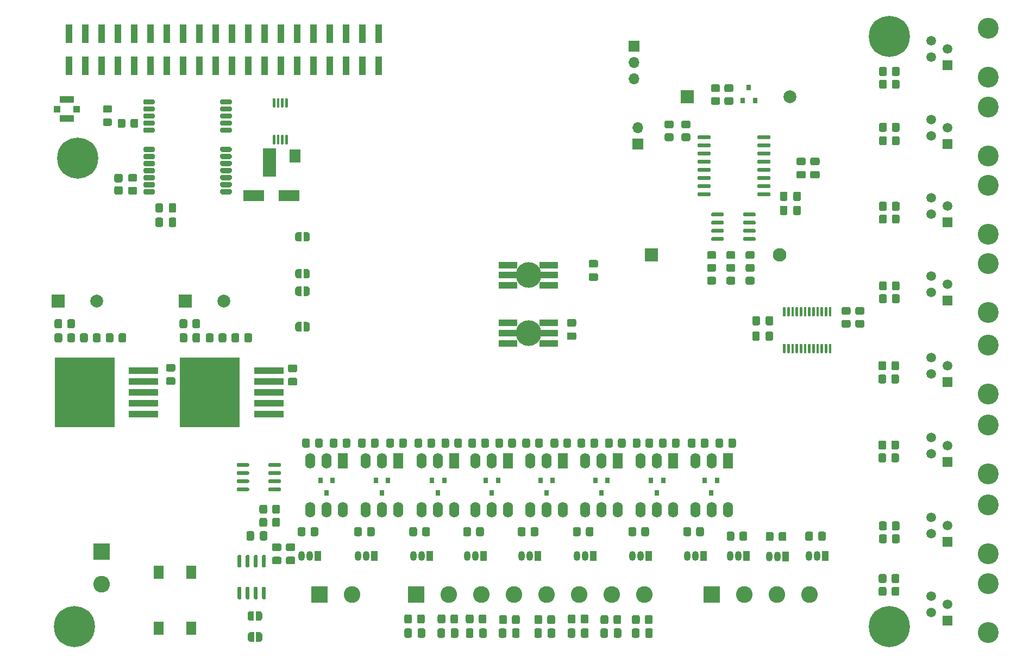
<source format=gbs>
G04 #@! TF.GenerationSoftware,KiCad,Pcbnew,5.1.10*
G04 #@! TF.CreationDate,2021-10-11T20:28:44-03:00*
G04 #@! TF.ProjectId,tesis,74657369-732e-46b6-9963-61645f706362,v1.0*
G04 #@! TF.SameCoordinates,Original*
G04 #@! TF.FileFunction,Soldermask,Bot*
G04 #@! TF.FilePolarity,Negative*
%FSLAX46Y46*%
G04 Gerber Fmt 4.6, Leading zero omitted, Abs format (unit mm)*
G04 Created by KiCad (PCBNEW 5.1.10) date 2021-10-11 20:28:44*
%MOMM*%
%LPD*%
G01*
G04 APERTURE LIST*
%ADD10C,4.000000*%
%ADD11R,3.000000X1.000000*%
%ADD12C,2.000000*%
%ADD13R,2.000000X2.000000*%
%ADD14C,0.100000*%
%ADD15R,1.800000X2.000000*%
%ADD16R,2.000000X4.500000*%
%ADD17R,9.400000X10.800000*%
%ADD18R,4.600000X1.100000*%
%ADD19R,2.600000X2.600000*%
%ADD20C,2.600000*%
%ADD21R,1.520000X1.520000*%
%ADD22C,3.250000*%
%ADD23C,1.520000*%
%ADD24O,1.700000X1.700000*%
%ADD25R,1.700000X1.700000*%
%ADD26R,0.800000X0.900000*%
%ADD27O,1.050000X1.500000*%
%ADD28R,1.050000X1.500000*%
%ADD29O,1.600000X2.400000*%
%ADD30R,1.600000X2.400000*%
%ADD31R,1.000000X1.000000*%
%ADD32R,2.200000X1.050000*%
%ADD33R,2.100000X2.100000*%
%ADD34C,2.100000*%
%ADD35R,3.300000X1.700000*%
%ADD36C,6.400000*%
%ADD37C,0.800000*%
%ADD38R,1.000000X3.000000*%
%ADD39R,1.500000X2.000000*%
G04 APERTURE END LIST*
D10*
X134370000Y-92930000D03*
D11*
X137570000Y-91330000D03*
X137570000Y-92930000D03*
X137570000Y-94530000D03*
X131170000Y-91330000D03*
X131170000Y-92930000D03*
X131170000Y-94530000D03*
D10*
X134370000Y-83930000D03*
D11*
X137570000Y-82330000D03*
X137570000Y-83930000D03*
X137570000Y-85530000D03*
X131170000Y-82330000D03*
X131170000Y-83930000D03*
X131170000Y-85530000D03*
D12*
X175120000Y-56080000D03*
D13*
X159120000Y-56080000D03*
D14*
G36*
X99820000Y-85655602D02*
G01*
X99844534Y-85655602D01*
X99893365Y-85660412D01*
X99941490Y-85669984D01*
X99988445Y-85684228D01*
X100033778Y-85703005D01*
X100077051Y-85726136D01*
X100117850Y-85753396D01*
X100155779Y-85784524D01*
X100190476Y-85819221D01*
X100221604Y-85857150D01*
X100248864Y-85897949D01*
X100271995Y-85941222D01*
X100290772Y-85986555D01*
X100305016Y-86033510D01*
X100314588Y-86081635D01*
X100319398Y-86130466D01*
X100319398Y-86155000D01*
X100320000Y-86155000D01*
X100320000Y-86655000D01*
X100319398Y-86655000D01*
X100319398Y-86679534D01*
X100314588Y-86728365D01*
X100305016Y-86776490D01*
X100290772Y-86823445D01*
X100271995Y-86868778D01*
X100248864Y-86912051D01*
X100221604Y-86952850D01*
X100190476Y-86990779D01*
X100155779Y-87025476D01*
X100117850Y-87056604D01*
X100077051Y-87083864D01*
X100033778Y-87106995D01*
X99988445Y-87125772D01*
X99941490Y-87140016D01*
X99893365Y-87149588D01*
X99844534Y-87154398D01*
X99820000Y-87154398D01*
X99820000Y-87155000D01*
X99320000Y-87155000D01*
X99320000Y-85655000D01*
X99820000Y-85655000D01*
X99820000Y-85655602D01*
G37*
G36*
X99020000Y-87155000D02*
G01*
X98520000Y-87155000D01*
X98520000Y-87154398D01*
X98495466Y-87154398D01*
X98446635Y-87149588D01*
X98398510Y-87140016D01*
X98351555Y-87125772D01*
X98306222Y-87106995D01*
X98262949Y-87083864D01*
X98222150Y-87056604D01*
X98184221Y-87025476D01*
X98149524Y-86990779D01*
X98118396Y-86952850D01*
X98091136Y-86912051D01*
X98068005Y-86868778D01*
X98049228Y-86823445D01*
X98034984Y-86776490D01*
X98025412Y-86728365D01*
X98020602Y-86679534D01*
X98020602Y-86655000D01*
X98020000Y-86655000D01*
X98020000Y-86155000D01*
X98020602Y-86155000D01*
X98020602Y-86130466D01*
X98025412Y-86081635D01*
X98034984Y-86033510D01*
X98049228Y-85986555D01*
X98068005Y-85941222D01*
X98091136Y-85897949D01*
X98118396Y-85857150D01*
X98149524Y-85819221D01*
X98184221Y-85784524D01*
X98222150Y-85753396D01*
X98262949Y-85726136D01*
X98306222Y-85703005D01*
X98351555Y-85684228D01*
X98398510Y-85669984D01*
X98446635Y-85660412D01*
X98495466Y-85655602D01*
X98520000Y-85655602D01*
X98520000Y-85655000D01*
X99020000Y-85655000D01*
X99020000Y-87155000D01*
G37*
D15*
X97995000Y-65380000D03*
D16*
X93995000Y-66380000D03*
D17*
X65195000Y-102180000D03*
D18*
X74345000Y-105580000D03*
X74345000Y-103880000D03*
X74345000Y-102180000D03*
X74345000Y-100480000D03*
X74345000Y-98780000D03*
D19*
X162920000Y-133680000D03*
D20*
X168000000Y-133680000D03*
X173080000Y-133680000D03*
X178160000Y-133680000D03*
D12*
X86870000Y-87930000D03*
D13*
X80870000Y-87930000D03*
D12*
X67120000Y-87930000D03*
D13*
X61120000Y-87930000D03*
G36*
G01*
X183419999Y-90880000D02*
X184320001Y-90880000D01*
G75*
G02*
X184570000Y-91129999I0J-249999D01*
G01*
X184570000Y-91830001D01*
G75*
G02*
X184320001Y-92080000I-249999J0D01*
G01*
X183419999Y-92080000D01*
G75*
G02*
X183170000Y-91830001I0J249999D01*
G01*
X183170000Y-91129999D01*
G75*
G02*
X183419999Y-90880000I249999J0D01*
G01*
G37*
G36*
G01*
X183419999Y-88880000D02*
X184320001Y-88880000D01*
G75*
G02*
X184570000Y-89129999I0J-249999D01*
G01*
X184570000Y-89830001D01*
G75*
G02*
X184320001Y-90080000I-249999J0D01*
G01*
X183419999Y-90080000D01*
G75*
G02*
X183170000Y-89830001I0J249999D01*
G01*
X183170000Y-89129999D01*
G75*
G02*
X183419999Y-88880000I249999J0D01*
G01*
G37*
D19*
X101790000Y-133680000D03*
D20*
X106870000Y-133680000D03*
D19*
X116870000Y-133680000D03*
D20*
X121950000Y-133680000D03*
X127030000Y-133680000D03*
X132110000Y-133680000D03*
X137190000Y-133680000D03*
X142270000Y-133680000D03*
X147350000Y-133680000D03*
X152430000Y-133680000D03*
D21*
X199660000Y-100580000D03*
D22*
X206010000Y-102440000D03*
D23*
X197120000Y-99310000D03*
X199660000Y-98040000D03*
X197120000Y-96770000D03*
D22*
X206010000Y-94820000D03*
D21*
X199660000Y-87880000D03*
D22*
X206010000Y-89740000D03*
D23*
X197120000Y-86610000D03*
X199660000Y-85340000D03*
X197120000Y-84070000D03*
D22*
X206010000Y-82120000D03*
X206010000Y-69920000D03*
D23*
X197120000Y-71870000D03*
X199660000Y-73140000D03*
X197120000Y-74410000D03*
D22*
X206010000Y-77540000D03*
D21*
X199660000Y-75680000D03*
X199660000Y-63450000D03*
D22*
X206010000Y-65310000D03*
D23*
X197120000Y-62180000D03*
X199660000Y-60910000D03*
X197120000Y-59640000D03*
D22*
X206010000Y-57690000D03*
X206010000Y-45420000D03*
D23*
X197120000Y-47370000D03*
X199660000Y-48640000D03*
X197120000Y-49910000D03*
D22*
X206010000Y-53040000D03*
D21*
X199660000Y-51180000D03*
D22*
X206010000Y-107230000D03*
D23*
X197120000Y-109180000D03*
X199660000Y-110450000D03*
X197120000Y-111720000D03*
D22*
X206010000Y-114850000D03*
D21*
X199660000Y-112990000D03*
X199660000Y-125490000D03*
D22*
X206010000Y-127350000D03*
D23*
X197120000Y-124220000D03*
X199660000Y-122950000D03*
X197120000Y-121680000D03*
D22*
X206010000Y-119730000D03*
X206010000Y-131970000D03*
D23*
X197120000Y-133920000D03*
X199660000Y-135190000D03*
X197120000Y-136460000D03*
D22*
X206010000Y-139590000D03*
D21*
X199660000Y-137730000D03*
G36*
G01*
X94675000Y-127780000D02*
X95625000Y-127780000D01*
G75*
G02*
X95875000Y-128030000I0J-250000D01*
G01*
X95875000Y-128705000D01*
G75*
G02*
X95625000Y-128955000I-250000J0D01*
G01*
X94675000Y-128955000D01*
G75*
G02*
X94425000Y-128705000I0J250000D01*
G01*
X94425000Y-128030000D01*
G75*
G02*
X94675000Y-127780000I250000J0D01*
G01*
G37*
G36*
G01*
X94675000Y-125705000D02*
X95625000Y-125705000D01*
G75*
G02*
X95875000Y-125955000I0J-250000D01*
G01*
X95875000Y-126630000D01*
G75*
G02*
X95625000Y-126880000I-250000J0D01*
G01*
X94675000Y-126880000D01*
G75*
G02*
X94425000Y-126630000I0J250000D01*
G01*
X94425000Y-125955000D01*
G75*
G02*
X94675000Y-125705000I250000J0D01*
G01*
G37*
G36*
G01*
X96825000Y-127780000D02*
X97775000Y-127780000D01*
G75*
G02*
X98025000Y-128030000I0J-250000D01*
G01*
X98025000Y-128705000D01*
G75*
G02*
X97775000Y-128955000I-250000J0D01*
G01*
X96825000Y-128955000D01*
G75*
G02*
X96575000Y-128705000I0J250000D01*
G01*
X96575000Y-128030000D01*
G75*
G02*
X96825000Y-127780000I250000J0D01*
G01*
G37*
G36*
G01*
X96825000Y-125705000D02*
X97775000Y-125705000D01*
G75*
G02*
X98025000Y-125955000I0J-250000D01*
G01*
X98025000Y-126630000D01*
G75*
G02*
X97775000Y-126880000I-250000J0D01*
G01*
X96825000Y-126880000D01*
G75*
G02*
X96575000Y-126630000I0J250000D01*
G01*
X96575000Y-125955000D01*
G75*
G02*
X96825000Y-125705000I250000J0D01*
G01*
G37*
G36*
G01*
X93687500Y-124055000D02*
X93687500Y-125005000D01*
G75*
G02*
X93437500Y-125255000I-250000J0D01*
G01*
X92762500Y-125255000D01*
G75*
G02*
X92512500Y-125005000I0J250000D01*
G01*
X92512500Y-124055000D01*
G75*
G02*
X92762500Y-123805000I250000J0D01*
G01*
X93437500Y-123805000D01*
G75*
G02*
X93687500Y-124055000I0J-250000D01*
G01*
G37*
G36*
G01*
X91612500Y-124055000D02*
X91612500Y-125005000D01*
G75*
G02*
X91362500Y-125255000I-250000J0D01*
G01*
X90687500Y-125255000D01*
G75*
G02*
X90437500Y-125005000I0J250000D01*
G01*
X90437500Y-124055000D01*
G75*
G02*
X90687500Y-123805000I250000J0D01*
G01*
X91362500Y-123805000D01*
G75*
G02*
X91612500Y-124055000I0J-250000D01*
G01*
G37*
G36*
G01*
X97145000Y-97842500D02*
X98095000Y-97842500D01*
G75*
G02*
X98345000Y-98092500I0J-250000D01*
G01*
X98345000Y-98767500D01*
G75*
G02*
X98095000Y-99017500I-250000J0D01*
G01*
X97145000Y-99017500D01*
G75*
G02*
X96895000Y-98767500I0J250000D01*
G01*
X96895000Y-98092500D01*
G75*
G02*
X97145000Y-97842500I250000J0D01*
G01*
G37*
G36*
G01*
X97145000Y-99917500D02*
X98095000Y-99917500D01*
G75*
G02*
X98345000Y-100167500I0J-250000D01*
G01*
X98345000Y-100842500D01*
G75*
G02*
X98095000Y-101092500I-250000J0D01*
G01*
X97145000Y-101092500D01*
G75*
G02*
X96895000Y-100842500I0J250000D01*
G01*
X96895000Y-100167500D01*
G75*
G02*
X97145000Y-99917500I250000J0D01*
G01*
G37*
G36*
G01*
X78145000Y-99842500D02*
X79095000Y-99842500D01*
G75*
G02*
X79345000Y-100092500I0J-250000D01*
G01*
X79345000Y-100767500D01*
G75*
G02*
X79095000Y-101017500I-250000J0D01*
G01*
X78145000Y-101017500D01*
G75*
G02*
X77895000Y-100767500I0J250000D01*
G01*
X77895000Y-100092500D01*
G75*
G02*
X78145000Y-99842500I250000J0D01*
G01*
G37*
G36*
G01*
X78145000Y-97767500D02*
X79095000Y-97767500D01*
G75*
G02*
X79345000Y-98017500I0J-250000D01*
G01*
X79345000Y-98692500D01*
G75*
G02*
X79095000Y-98942500I-250000J0D01*
G01*
X78145000Y-98942500D01*
G75*
G02*
X77895000Y-98692500I0J250000D01*
G01*
X77895000Y-98017500D01*
G75*
G02*
X78145000Y-97767500I250000J0D01*
G01*
G37*
D14*
G36*
X91095000Y-137754398D02*
G01*
X91070466Y-137754398D01*
X91021635Y-137749588D01*
X90973510Y-137740016D01*
X90926555Y-137725772D01*
X90881222Y-137706995D01*
X90837949Y-137683864D01*
X90797150Y-137656604D01*
X90759221Y-137625476D01*
X90724524Y-137590779D01*
X90693396Y-137552850D01*
X90666136Y-137512051D01*
X90643005Y-137468778D01*
X90624228Y-137423445D01*
X90609984Y-137376490D01*
X90600412Y-137328365D01*
X90595602Y-137279534D01*
X90595602Y-137255000D01*
X90595000Y-137255000D01*
X90595000Y-136755000D01*
X90595602Y-136755000D01*
X90595602Y-136730466D01*
X90600412Y-136681635D01*
X90609984Y-136633510D01*
X90624228Y-136586555D01*
X90643005Y-136541222D01*
X90666136Y-136497949D01*
X90693396Y-136457150D01*
X90724524Y-136419221D01*
X90759221Y-136384524D01*
X90797150Y-136353396D01*
X90837949Y-136326136D01*
X90881222Y-136303005D01*
X90926555Y-136284228D01*
X90973510Y-136269984D01*
X91021635Y-136260412D01*
X91070466Y-136255602D01*
X91095000Y-136255602D01*
X91095000Y-136255000D01*
X91595000Y-136255000D01*
X91595000Y-137755000D01*
X91095000Y-137755000D01*
X91095000Y-137754398D01*
G37*
G36*
X91895000Y-136255000D02*
G01*
X92395000Y-136255000D01*
X92395000Y-136255602D01*
X92419534Y-136255602D01*
X92468365Y-136260412D01*
X92516490Y-136269984D01*
X92563445Y-136284228D01*
X92608778Y-136303005D01*
X92652051Y-136326136D01*
X92692850Y-136353396D01*
X92730779Y-136384524D01*
X92765476Y-136419221D01*
X92796604Y-136457150D01*
X92823864Y-136497949D01*
X92846995Y-136541222D01*
X92865772Y-136586555D01*
X92880016Y-136633510D01*
X92889588Y-136681635D01*
X92894398Y-136730466D01*
X92894398Y-136755000D01*
X92895000Y-136755000D01*
X92895000Y-137255000D01*
X92894398Y-137255000D01*
X92894398Y-137279534D01*
X92889588Y-137328365D01*
X92880016Y-137376490D01*
X92865772Y-137423445D01*
X92846995Y-137468778D01*
X92823864Y-137512051D01*
X92796604Y-137552850D01*
X92765476Y-137590779D01*
X92730779Y-137625476D01*
X92692850Y-137656604D01*
X92652051Y-137683864D01*
X92608778Y-137706995D01*
X92563445Y-137725772D01*
X92516490Y-137740016D01*
X92468365Y-137749588D01*
X92419534Y-137754398D01*
X92395000Y-137754398D01*
X92395000Y-137755000D01*
X91895000Y-137755000D01*
X91895000Y-136255000D01*
G37*
G36*
X99020000Y-84430000D02*
G01*
X98520000Y-84430000D01*
X98520000Y-84429398D01*
X98495466Y-84429398D01*
X98446635Y-84424588D01*
X98398510Y-84415016D01*
X98351555Y-84400772D01*
X98306222Y-84381995D01*
X98262949Y-84358864D01*
X98222150Y-84331604D01*
X98184221Y-84300476D01*
X98149524Y-84265779D01*
X98118396Y-84227850D01*
X98091136Y-84187051D01*
X98068005Y-84143778D01*
X98049228Y-84098445D01*
X98034984Y-84051490D01*
X98025412Y-84003365D01*
X98020602Y-83954534D01*
X98020602Y-83930000D01*
X98020000Y-83930000D01*
X98020000Y-83430000D01*
X98020602Y-83430000D01*
X98020602Y-83405466D01*
X98025412Y-83356635D01*
X98034984Y-83308510D01*
X98049228Y-83261555D01*
X98068005Y-83216222D01*
X98091136Y-83172949D01*
X98118396Y-83132150D01*
X98149524Y-83094221D01*
X98184221Y-83059524D01*
X98222150Y-83028396D01*
X98262949Y-83001136D01*
X98306222Y-82978005D01*
X98351555Y-82959228D01*
X98398510Y-82944984D01*
X98446635Y-82935412D01*
X98495466Y-82930602D01*
X98520000Y-82930602D01*
X98520000Y-82930000D01*
X99020000Y-82930000D01*
X99020000Y-84430000D01*
G37*
G36*
X99820000Y-82930602D02*
G01*
X99844534Y-82930602D01*
X99893365Y-82935412D01*
X99941490Y-82944984D01*
X99988445Y-82959228D01*
X100033778Y-82978005D01*
X100077051Y-83001136D01*
X100117850Y-83028396D01*
X100155779Y-83059524D01*
X100190476Y-83094221D01*
X100221604Y-83132150D01*
X100248864Y-83172949D01*
X100271995Y-83216222D01*
X100290772Y-83261555D01*
X100305016Y-83308510D01*
X100314588Y-83356635D01*
X100319398Y-83405466D01*
X100319398Y-83430000D01*
X100320000Y-83430000D01*
X100320000Y-83930000D01*
X100319398Y-83930000D01*
X100319398Y-83954534D01*
X100314588Y-84003365D01*
X100305016Y-84051490D01*
X100290772Y-84098445D01*
X100271995Y-84143778D01*
X100248864Y-84187051D01*
X100221604Y-84227850D01*
X100190476Y-84265779D01*
X100155779Y-84300476D01*
X100117850Y-84331604D01*
X100077051Y-84358864D01*
X100033778Y-84381995D01*
X99988445Y-84400772D01*
X99941490Y-84415016D01*
X99893365Y-84424588D01*
X99844534Y-84429398D01*
X99820000Y-84429398D01*
X99820000Y-84430000D01*
X99320000Y-84430000D01*
X99320000Y-82930000D01*
X99820000Y-82930000D01*
X99820000Y-82930602D01*
G37*
G36*
G01*
X93305000Y-129455000D02*
X93005000Y-129455000D01*
G75*
G02*
X92855000Y-129305000I0J150000D01*
G01*
X92855000Y-127655000D01*
G75*
G02*
X93005000Y-127505000I150000J0D01*
G01*
X93305000Y-127505000D01*
G75*
G02*
X93455000Y-127655000I0J-150000D01*
G01*
X93455000Y-129305000D01*
G75*
G02*
X93305000Y-129455000I-150000J0D01*
G01*
G37*
G36*
G01*
X92035000Y-129455000D02*
X91735000Y-129455000D01*
G75*
G02*
X91585000Y-129305000I0J150000D01*
G01*
X91585000Y-127655000D01*
G75*
G02*
X91735000Y-127505000I150000J0D01*
G01*
X92035000Y-127505000D01*
G75*
G02*
X92185000Y-127655000I0J-150000D01*
G01*
X92185000Y-129305000D01*
G75*
G02*
X92035000Y-129455000I-150000J0D01*
G01*
G37*
G36*
G01*
X90765000Y-129455000D02*
X90465000Y-129455000D01*
G75*
G02*
X90315000Y-129305000I0J150000D01*
G01*
X90315000Y-127655000D01*
G75*
G02*
X90465000Y-127505000I150000J0D01*
G01*
X90765000Y-127505000D01*
G75*
G02*
X90915000Y-127655000I0J-150000D01*
G01*
X90915000Y-129305000D01*
G75*
G02*
X90765000Y-129455000I-150000J0D01*
G01*
G37*
G36*
G01*
X89495000Y-129455000D02*
X89195000Y-129455000D01*
G75*
G02*
X89045000Y-129305000I0J150000D01*
G01*
X89045000Y-127655000D01*
G75*
G02*
X89195000Y-127505000I150000J0D01*
G01*
X89495000Y-127505000D01*
G75*
G02*
X89645000Y-127655000I0J-150000D01*
G01*
X89645000Y-129305000D01*
G75*
G02*
X89495000Y-129455000I-150000J0D01*
G01*
G37*
G36*
G01*
X89495000Y-134405000D02*
X89195000Y-134405000D01*
G75*
G02*
X89045000Y-134255000I0J150000D01*
G01*
X89045000Y-132605000D01*
G75*
G02*
X89195000Y-132455000I150000J0D01*
G01*
X89495000Y-132455000D01*
G75*
G02*
X89645000Y-132605000I0J-150000D01*
G01*
X89645000Y-134255000D01*
G75*
G02*
X89495000Y-134405000I-150000J0D01*
G01*
G37*
G36*
G01*
X90765000Y-134405000D02*
X90465000Y-134405000D01*
G75*
G02*
X90315000Y-134255000I0J150000D01*
G01*
X90315000Y-132605000D01*
G75*
G02*
X90465000Y-132455000I150000J0D01*
G01*
X90765000Y-132455000D01*
G75*
G02*
X90915000Y-132605000I0J-150000D01*
G01*
X90915000Y-134255000D01*
G75*
G02*
X90765000Y-134405000I-150000J0D01*
G01*
G37*
G36*
G01*
X92035000Y-134405000D02*
X91735000Y-134405000D01*
G75*
G02*
X91585000Y-134255000I0J150000D01*
G01*
X91585000Y-132605000D01*
G75*
G02*
X91735000Y-132455000I150000J0D01*
G01*
X92035000Y-132455000D01*
G75*
G02*
X92185000Y-132605000I0J-150000D01*
G01*
X92185000Y-134255000D01*
G75*
G02*
X92035000Y-134405000I-150000J0D01*
G01*
G37*
G36*
G01*
X93305000Y-134405000D02*
X93005000Y-134405000D01*
G75*
G02*
X92855000Y-134255000I0J150000D01*
G01*
X92855000Y-132605000D01*
G75*
G02*
X93005000Y-132455000I150000J0D01*
G01*
X93305000Y-132455000D01*
G75*
G02*
X93455000Y-132605000I0J-150000D01*
G01*
X93455000Y-134255000D01*
G75*
G02*
X93305000Y-134405000I-150000J0D01*
G01*
G37*
D18*
X93895000Y-98780000D03*
X93895000Y-100480000D03*
X93895000Y-102180000D03*
X93895000Y-103880000D03*
X93895000Y-105580000D03*
D17*
X84745000Y-102180000D03*
G36*
G01*
X80020000Y-94130001D02*
X80020000Y-93229999D01*
G75*
G02*
X80269999Y-92980000I249999J0D01*
G01*
X80970001Y-92980000D01*
G75*
G02*
X81220000Y-93229999I0J-249999D01*
G01*
X81220000Y-94130001D01*
G75*
G02*
X80970001Y-94380000I-249999J0D01*
G01*
X80269999Y-94380000D01*
G75*
G02*
X80020000Y-94130001I0J249999D01*
G01*
G37*
G36*
G01*
X82020000Y-94130001D02*
X82020000Y-93229999D01*
G75*
G02*
X82269999Y-92980000I249999J0D01*
G01*
X82970001Y-92980000D01*
G75*
G02*
X83220000Y-93229999I0J-249999D01*
G01*
X83220000Y-94130001D01*
G75*
G02*
X82970001Y-94380000I-249999J0D01*
G01*
X82269999Y-94380000D01*
G75*
G02*
X82020000Y-94130001I0J249999D01*
G01*
G37*
G36*
G01*
X90100000Y-94130001D02*
X90100000Y-93229999D01*
G75*
G02*
X90349999Y-92980000I249999J0D01*
G01*
X91050001Y-92980000D01*
G75*
G02*
X91300000Y-93229999I0J-249999D01*
G01*
X91300000Y-94130001D01*
G75*
G02*
X91050001Y-94380000I-249999J0D01*
G01*
X90349999Y-94380000D01*
G75*
G02*
X90100000Y-94130001I0J249999D01*
G01*
G37*
G36*
G01*
X88100000Y-94130001D02*
X88100000Y-93229999D01*
G75*
G02*
X88349999Y-92980000I249999J0D01*
G01*
X89050001Y-92980000D01*
G75*
G02*
X89300000Y-93229999I0J-249999D01*
G01*
X89300000Y-94130001D01*
G75*
G02*
X89050001Y-94380000I-249999J0D01*
G01*
X88349999Y-94380000D01*
G75*
G02*
X88100000Y-94130001I0J249999D01*
G01*
G37*
G36*
G01*
X60520000Y-94130001D02*
X60520000Y-93229999D01*
G75*
G02*
X60769999Y-92980000I249999J0D01*
G01*
X61470001Y-92980000D01*
G75*
G02*
X61720000Y-93229999I0J-249999D01*
G01*
X61720000Y-94130001D01*
G75*
G02*
X61470001Y-94380000I-249999J0D01*
G01*
X60769999Y-94380000D01*
G75*
G02*
X60520000Y-94130001I0J249999D01*
G01*
G37*
G36*
G01*
X62520000Y-94130001D02*
X62520000Y-93229999D01*
G75*
G02*
X62769999Y-92980000I249999J0D01*
G01*
X63470001Y-92980000D01*
G75*
G02*
X63720000Y-93229999I0J-249999D01*
G01*
X63720000Y-94130001D01*
G75*
G02*
X63470001Y-94380000I-249999J0D01*
G01*
X62769999Y-94380000D01*
G75*
G02*
X62520000Y-94130001I0J249999D01*
G01*
G37*
G36*
G01*
X70500000Y-94130001D02*
X70500000Y-93229999D01*
G75*
G02*
X70749999Y-92980000I249999J0D01*
G01*
X71450001Y-92980000D01*
G75*
G02*
X71700000Y-93229999I0J-249999D01*
G01*
X71700000Y-94130001D01*
G75*
G02*
X71450001Y-94380000I-249999J0D01*
G01*
X70749999Y-94380000D01*
G75*
G02*
X70500000Y-94130001I0J249999D01*
G01*
G37*
G36*
G01*
X68500000Y-94130001D02*
X68500000Y-93229999D01*
G75*
G02*
X68749999Y-92980000I249999J0D01*
G01*
X69450001Y-92980000D01*
G75*
G02*
X69700000Y-93229999I0J-249999D01*
G01*
X69700000Y-94130001D01*
G75*
G02*
X69450001Y-94380000I-249999J0D01*
G01*
X68749999Y-94380000D01*
G75*
G02*
X68500000Y-94130001I0J249999D01*
G01*
G37*
G36*
G01*
X172495000Y-92942200D02*
X172495000Y-93892200D01*
G75*
G02*
X172245000Y-94142200I-250000J0D01*
G01*
X171570000Y-94142200D01*
G75*
G02*
X171320000Y-93892200I0J250000D01*
G01*
X171320000Y-92942200D01*
G75*
G02*
X171570000Y-92692200I250000J0D01*
G01*
X172245000Y-92692200D01*
G75*
G02*
X172495000Y-92942200I0J-250000D01*
G01*
G37*
G36*
G01*
X170420000Y-92942200D02*
X170420000Y-93892200D01*
G75*
G02*
X170170000Y-94142200I-250000J0D01*
G01*
X169495000Y-94142200D01*
G75*
G02*
X169245000Y-93892200I0J250000D01*
G01*
X169245000Y-92942200D01*
G75*
G02*
X169495000Y-92692200I250000J0D01*
G01*
X170170000Y-92692200D01*
G75*
G02*
X170420000Y-92942200I0J-250000D01*
G01*
G37*
G36*
G01*
X170457500Y-90542200D02*
X170457500Y-91492200D01*
G75*
G02*
X170207500Y-91742200I-250000J0D01*
G01*
X169532500Y-91742200D01*
G75*
G02*
X169282500Y-91492200I0J250000D01*
G01*
X169282500Y-90542200D01*
G75*
G02*
X169532500Y-90292200I250000J0D01*
G01*
X170207500Y-90292200D01*
G75*
G02*
X170457500Y-90542200I0J-250000D01*
G01*
G37*
G36*
G01*
X172532500Y-90542200D02*
X172532500Y-91492200D01*
G75*
G02*
X172282500Y-91742200I-250000J0D01*
G01*
X171607500Y-91742200D01*
G75*
G02*
X171357500Y-91492200I0J250000D01*
G01*
X171357500Y-90542200D01*
G75*
G02*
X171607500Y-90292200I250000J0D01*
G01*
X172282500Y-90292200D01*
G75*
G02*
X172532500Y-90542200I0J-250000D01*
G01*
G37*
G36*
G01*
X188920000Y-100530001D02*
X188920000Y-99629999D01*
G75*
G02*
X189169999Y-99380000I249999J0D01*
G01*
X189870001Y-99380000D01*
G75*
G02*
X190120000Y-99629999I0J-249999D01*
G01*
X190120000Y-100530001D01*
G75*
G02*
X189870001Y-100780000I-249999J0D01*
G01*
X189169999Y-100780000D01*
G75*
G02*
X188920000Y-100530001I0J249999D01*
G01*
G37*
G36*
G01*
X190920000Y-100530001D02*
X190920000Y-99629999D01*
G75*
G02*
X191169999Y-99380000I249999J0D01*
G01*
X191870001Y-99380000D01*
G75*
G02*
X192120000Y-99629999I0J-249999D01*
G01*
X192120000Y-100530001D01*
G75*
G02*
X191870001Y-100780000I-249999J0D01*
G01*
X191169999Y-100780000D01*
G75*
G02*
X190920000Y-100530001I0J249999D01*
G01*
G37*
G36*
G01*
X190920000Y-98480001D02*
X190920000Y-97579999D01*
G75*
G02*
X191169999Y-97330000I249999J0D01*
G01*
X191870001Y-97330000D01*
G75*
G02*
X192120000Y-97579999I0J-249999D01*
G01*
X192120000Y-98480001D01*
G75*
G02*
X191870001Y-98730000I-249999J0D01*
G01*
X191169999Y-98730000D01*
G75*
G02*
X190920000Y-98480001I0J249999D01*
G01*
G37*
G36*
G01*
X188920000Y-98480001D02*
X188920000Y-97579999D01*
G75*
G02*
X189169999Y-97330000I249999J0D01*
G01*
X189870001Y-97330000D01*
G75*
G02*
X190120000Y-97579999I0J-249999D01*
G01*
X190120000Y-98480001D01*
G75*
G02*
X189870001Y-98730000I-249999J0D01*
G01*
X189169999Y-98730000D01*
G75*
G02*
X188920000Y-98480001I0J249999D01*
G01*
G37*
G36*
G01*
X189020000Y-88030001D02*
X189020000Y-87129999D01*
G75*
G02*
X189269999Y-86880000I249999J0D01*
G01*
X189970001Y-86880000D01*
G75*
G02*
X190220000Y-87129999I0J-249999D01*
G01*
X190220000Y-88030001D01*
G75*
G02*
X189970001Y-88280000I-249999J0D01*
G01*
X189269999Y-88280000D01*
G75*
G02*
X189020000Y-88030001I0J249999D01*
G01*
G37*
G36*
G01*
X191020000Y-88030001D02*
X191020000Y-87129999D01*
G75*
G02*
X191269999Y-86880000I249999J0D01*
G01*
X191970001Y-86880000D01*
G75*
G02*
X192220000Y-87129999I0J-249999D01*
G01*
X192220000Y-88030001D01*
G75*
G02*
X191970001Y-88280000I-249999J0D01*
G01*
X191269999Y-88280000D01*
G75*
G02*
X191020000Y-88030001I0J249999D01*
G01*
G37*
G36*
G01*
X191020000Y-86030001D02*
X191020000Y-85129999D01*
G75*
G02*
X191269999Y-84880000I249999J0D01*
G01*
X191970001Y-84880000D01*
G75*
G02*
X192220000Y-85129999I0J-249999D01*
G01*
X192220000Y-86030001D01*
G75*
G02*
X191970001Y-86280000I-249999J0D01*
G01*
X191269999Y-86280000D01*
G75*
G02*
X191020000Y-86030001I0J249999D01*
G01*
G37*
G36*
G01*
X189020000Y-86030001D02*
X189020000Y-85129999D01*
G75*
G02*
X189269999Y-84880000I249999J0D01*
G01*
X189970001Y-84880000D01*
G75*
G02*
X190220000Y-85129999I0J-249999D01*
G01*
X190220000Y-86030001D01*
G75*
G02*
X189970001Y-86280000I-249999J0D01*
G01*
X189269999Y-86280000D01*
G75*
G02*
X189020000Y-86030001I0J249999D01*
G01*
G37*
G36*
G01*
X189020000Y-75630001D02*
X189020000Y-74729999D01*
G75*
G02*
X189269999Y-74480000I249999J0D01*
G01*
X189970001Y-74480000D01*
G75*
G02*
X190220000Y-74729999I0J-249999D01*
G01*
X190220000Y-75630001D01*
G75*
G02*
X189970001Y-75880000I-249999J0D01*
G01*
X189269999Y-75880000D01*
G75*
G02*
X189020000Y-75630001I0J249999D01*
G01*
G37*
G36*
G01*
X191020000Y-75630001D02*
X191020000Y-74729999D01*
G75*
G02*
X191269999Y-74480000I249999J0D01*
G01*
X191970001Y-74480000D01*
G75*
G02*
X192220000Y-74729999I0J-249999D01*
G01*
X192220000Y-75630001D01*
G75*
G02*
X191970001Y-75880000I-249999J0D01*
G01*
X191269999Y-75880000D01*
G75*
G02*
X191020000Y-75630001I0J249999D01*
G01*
G37*
G36*
G01*
X189020000Y-73630001D02*
X189020000Y-72729999D01*
G75*
G02*
X189269999Y-72480000I249999J0D01*
G01*
X189970001Y-72480000D01*
G75*
G02*
X190220000Y-72729999I0J-249999D01*
G01*
X190220000Y-73630001D01*
G75*
G02*
X189970001Y-73880000I-249999J0D01*
G01*
X189269999Y-73880000D01*
G75*
G02*
X189020000Y-73630001I0J249999D01*
G01*
G37*
G36*
G01*
X191020000Y-73630001D02*
X191020000Y-72729999D01*
G75*
G02*
X191269999Y-72480000I249999J0D01*
G01*
X191970001Y-72480000D01*
G75*
G02*
X192220000Y-72729999I0J-249999D01*
G01*
X192220000Y-73630001D01*
G75*
G02*
X191970001Y-73880000I-249999J0D01*
G01*
X191269999Y-73880000D01*
G75*
G02*
X191020000Y-73630001I0J249999D01*
G01*
G37*
G36*
G01*
X185569999Y-88880000D02*
X186470001Y-88880000D01*
G75*
G02*
X186720000Y-89129999I0J-249999D01*
G01*
X186720000Y-89830001D01*
G75*
G02*
X186470001Y-90080000I-249999J0D01*
G01*
X185569999Y-90080000D01*
G75*
G02*
X185320000Y-89830001I0J249999D01*
G01*
X185320000Y-89129999D01*
G75*
G02*
X185569999Y-88880000I249999J0D01*
G01*
G37*
G36*
G01*
X185569999Y-90880000D02*
X186470001Y-90880000D01*
G75*
G02*
X186720000Y-91129999I0J-249999D01*
G01*
X186720000Y-91830001D01*
G75*
G02*
X186470001Y-92080000I-249999J0D01*
G01*
X185569999Y-92080000D01*
G75*
G02*
X185320000Y-91830001I0J249999D01*
G01*
X185320000Y-91129999D01*
G75*
G02*
X185569999Y-90880000I249999J0D01*
G01*
G37*
G36*
G01*
X191020000Y-63430001D02*
X191020000Y-62529999D01*
G75*
G02*
X191269999Y-62280000I249999J0D01*
G01*
X191970001Y-62280000D01*
G75*
G02*
X192220000Y-62529999I0J-249999D01*
G01*
X192220000Y-63430001D01*
G75*
G02*
X191970001Y-63680000I-249999J0D01*
G01*
X191269999Y-63680000D01*
G75*
G02*
X191020000Y-63430001I0J249999D01*
G01*
G37*
G36*
G01*
X189020000Y-63430001D02*
X189020000Y-62529999D01*
G75*
G02*
X189269999Y-62280000I249999J0D01*
G01*
X189970001Y-62280000D01*
G75*
G02*
X190220000Y-62529999I0J-249999D01*
G01*
X190220000Y-63430001D01*
G75*
G02*
X189970001Y-63680000I-249999J0D01*
G01*
X189269999Y-63680000D01*
G75*
G02*
X189020000Y-63430001I0J249999D01*
G01*
G37*
G36*
G01*
X189020000Y-61330001D02*
X189020000Y-60429999D01*
G75*
G02*
X189269999Y-60180000I249999J0D01*
G01*
X189970001Y-60180000D01*
G75*
G02*
X190220000Y-60429999I0J-249999D01*
G01*
X190220000Y-61330001D01*
G75*
G02*
X189970001Y-61580000I-249999J0D01*
G01*
X189269999Y-61580000D01*
G75*
G02*
X189020000Y-61330001I0J249999D01*
G01*
G37*
G36*
G01*
X191020000Y-61330001D02*
X191020000Y-60429999D01*
G75*
G02*
X191269999Y-60180000I249999J0D01*
G01*
X191970001Y-60180000D01*
G75*
G02*
X192220000Y-60429999I0J-249999D01*
G01*
X192220000Y-61330001D01*
G75*
G02*
X191970001Y-61580000I-249999J0D01*
G01*
X191269999Y-61580000D01*
G75*
G02*
X191020000Y-61330001I0J249999D01*
G01*
G37*
G36*
G01*
X191020000Y-54630001D02*
X191020000Y-53729999D01*
G75*
G02*
X191269999Y-53480000I249999J0D01*
G01*
X191970001Y-53480000D01*
G75*
G02*
X192220000Y-53729999I0J-249999D01*
G01*
X192220000Y-54630001D01*
G75*
G02*
X191970001Y-54880000I-249999J0D01*
G01*
X191269999Y-54880000D01*
G75*
G02*
X191020000Y-54630001I0J249999D01*
G01*
G37*
G36*
G01*
X189020000Y-54630001D02*
X189020000Y-53729999D01*
G75*
G02*
X189269999Y-53480000I249999J0D01*
G01*
X189970001Y-53480000D01*
G75*
G02*
X190220000Y-53729999I0J-249999D01*
G01*
X190220000Y-54630001D01*
G75*
G02*
X189970001Y-54880000I-249999J0D01*
G01*
X189269999Y-54880000D01*
G75*
G02*
X189020000Y-54630001I0J249999D01*
G01*
G37*
G36*
G01*
X189020000Y-52630001D02*
X189020000Y-51729999D01*
G75*
G02*
X189269999Y-51480000I249999J0D01*
G01*
X189970001Y-51480000D01*
G75*
G02*
X190220000Y-51729999I0J-249999D01*
G01*
X190220000Y-52630001D01*
G75*
G02*
X189970001Y-52880000I-249999J0D01*
G01*
X189269999Y-52880000D01*
G75*
G02*
X189020000Y-52630001I0J249999D01*
G01*
G37*
G36*
G01*
X191020000Y-52630001D02*
X191020000Y-51729999D01*
G75*
G02*
X191269999Y-51480000I249999J0D01*
G01*
X191970001Y-51480000D01*
G75*
G02*
X192220000Y-51729999I0J-249999D01*
G01*
X192220000Y-52630001D01*
G75*
G02*
X191970001Y-52880000I-249999J0D01*
G01*
X191269999Y-52880000D01*
G75*
G02*
X191020000Y-52630001I0J249999D01*
G01*
G37*
G36*
G01*
X190920000Y-112830001D02*
X190920000Y-111929999D01*
G75*
G02*
X191169999Y-111680000I249999J0D01*
G01*
X191870001Y-111680000D01*
G75*
G02*
X192120000Y-111929999I0J-249999D01*
G01*
X192120000Y-112830001D01*
G75*
G02*
X191870001Y-113080000I-249999J0D01*
G01*
X191169999Y-113080000D01*
G75*
G02*
X190920000Y-112830001I0J249999D01*
G01*
G37*
G36*
G01*
X188920000Y-112830001D02*
X188920000Y-111929999D01*
G75*
G02*
X189169999Y-111680000I249999J0D01*
G01*
X189870001Y-111680000D01*
G75*
G02*
X190120000Y-111929999I0J-249999D01*
G01*
X190120000Y-112830001D01*
G75*
G02*
X189870001Y-113080000I-249999J0D01*
G01*
X189169999Y-113080000D01*
G75*
G02*
X188920000Y-112830001I0J249999D01*
G01*
G37*
G36*
G01*
X188920000Y-110830001D02*
X188920000Y-109929999D01*
G75*
G02*
X189169999Y-109680000I249999J0D01*
G01*
X189870001Y-109680000D01*
G75*
G02*
X190120000Y-109929999I0J-249999D01*
G01*
X190120000Y-110830001D01*
G75*
G02*
X189870001Y-111080000I-249999J0D01*
G01*
X189169999Y-111080000D01*
G75*
G02*
X188920000Y-110830001I0J249999D01*
G01*
G37*
G36*
G01*
X190920000Y-110830001D02*
X190920000Y-109929999D01*
G75*
G02*
X191169999Y-109680000I249999J0D01*
G01*
X191870001Y-109680000D01*
G75*
G02*
X192120000Y-109929999I0J-249999D01*
G01*
X192120000Y-110830001D01*
G75*
G02*
X191870001Y-111080000I-249999J0D01*
G01*
X191169999Y-111080000D01*
G75*
G02*
X190920000Y-110830001I0J249999D01*
G01*
G37*
G36*
G01*
X191020000Y-125430001D02*
X191020000Y-124529999D01*
G75*
G02*
X191269999Y-124280000I249999J0D01*
G01*
X191970001Y-124280000D01*
G75*
G02*
X192220000Y-124529999I0J-249999D01*
G01*
X192220000Y-125430001D01*
G75*
G02*
X191970001Y-125680000I-249999J0D01*
G01*
X191269999Y-125680000D01*
G75*
G02*
X191020000Y-125430001I0J249999D01*
G01*
G37*
G36*
G01*
X189020000Y-125430001D02*
X189020000Y-124529999D01*
G75*
G02*
X189269999Y-124280000I249999J0D01*
G01*
X189970001Y-124280000D01*
G75*
G02*
X190220000Y-124529999I0J-249999D01*
G01*
X190220000Y-125430001D01*
G75*
G02*
X189970001Y-125680000I-249999J0D01*
G01*
X189269999Y-125680000D01*
G75*
G02*
X189020000Y-125430001I0J249999D01*
G01*
G37*
G36*
G01*
X189020000Y-123430001D02*
X189020000Y-122529999D01*
G75*
G02*
X189269999Y-122280000I249999J0D01*
G01*
X189970001Y-122280000D01*
G75*
G02*
X190220000Y-122529999I0J-249999D01*
G01*
X190220000Y-123430001D01*
G75*
G02*
X189970001Y-123680000I-249999J0D01*
G01*
X189269999Y-123680000D01*
G75*
G02*
X189020000Y-123430001I0J249999D01*
G01*
G37*
G36*
G01*
X191020000Y-123430001D02*
X191020000Y-122529999D01*
G75*
G02*
X191269999Y-122280000I249999J0D01*
G01*
X191970001Y-122280000D01*
G75*
G02*
X192220000Y-122529999I0J-249999D01*
G01*
X192220000Y-123430001D01*
G75*
G02*
X191970001Y-123680000I-249999J0D01*
G01*
X191269999Y-123680000D01*
G75*
G02*
X191020000Y-123430001I0J249999D01*
G01*
G37*
G36*
G01*
X190970000Y-133630001D02*
X190970000Y-132729999D01*
G75*
G02*
X191219999Y-132480000I249999J0D01*
G01*
X191920001Y-132480000D01*
G75*
G02*
X192170000Y-132729999I0J-249999D01*
G01*
X192170000Y-133630001D01*
G75*
G02*
X191920001Y-133880000I-249999J0D01*
G01*
X191219999Y-133880000D01*
G75*
G02*
X190970000Y-133630001I0J249999D01*
G01*
G37*
G36*
G01*
X188970000Y-133630001D02*
X188970000Y-132729999D01*
G75*
G02*
X189219999Y-132480000I249999J0D01*
G01*
X189920001Y-132480000D01*
G75*
G02*
X190170000Y-132729999I0J-249999D01*
G01*
X190170000Y-133630001D01*
G75*
G02*
X189920001Y-133880000I-249999J0D01*
G01*
X189219999Y-133880000D01*
G75*
G02*
X188970000Y-133630001I0J249999D01*
G01*
G37*
G36*
G01*
X190970000Y-131630001D02*
X190970000Y-130729999D01*
G75*
G02*
X191219999Y-130480000I249999J0D01*
G01*
X191920001Y-130480000D01*
G75*
G02*
X192170000Y-130729999I0J-249999D01*
G01*
X192170000Y-131630001D01*
G75*
G02*
X191920001Y-131880000I-249999J0D01*
G01*
X191219999Y-131880000D01*
G75*
G02*
X190970000Y-131630001I0J249999D01*
G01*
G37*
G36*
G01*
X188970000Y-131630001D02*
X188970000Y-130729999D01*
G75*
G02*
X189219999Y-130480000I249999J0D01*
G01*
X189920001Y-130480000D01*
G75*
G02*
X190170000Y-130729999I0J-249999D01*
G01*
X190170000Y-131630001D01*
G75*
G02*
X189920001Y-131880000I-249999J0D01*
G01*
X189219999Y-131880000D01*
G75*
G02*
X188970000Y-131630001I0J249999D01*
G01*
G37*
G36*
G01*
X181495000Y-96080000D02*
X181295000Y-96080000D01*
G75*
G02*
X181195000Y-95980000I0J100000D01*
G01*
X181195000Y-94705000D01*
G75*
G02*
X181295000Y-94605000I100000J0D01*
G01*
X181495000Y-94605000D01*
G75*
G02*
X181595000Y-94705000I0J-100000D01*
G01*
X181595000Y-95980000D01*
G75*
G02*
X181495000Y-96080000I-100000J0D01*
G01*
G37*
G36*
G01*
X180845000Y-96080000D02*
X180645000Y-96080000D01*
G75*
G02*
X180545000Y-95980000I0J100000D01*
G01*
X180545000Y-94705000D01*
G75*
G02*
X180645000Y-94605000I100000J0D01*
G01*
X180845000Y-94605000D01*
G75*
G02*
X180945000Y-94705000I0J-100000D01*
G01*
X180945000Y-95980000D01*
G75*
G02*
X180845000Y-96080000I-100000J0D01*
G01*
G37*
G36*
G01*
X180195000Y-96080000D02*
X179995000Y-96080000D01*
G75*
G02*
X179895000Y-95980000I0J100000D01*
G01*
X179895000Y-94705000D01*
G75*
G02*
X179995000Y-94605000I100000J0D01*
G01*
X180195000Y-94605000D01*
G75*
G02*
X180295000Y-94705000I0J-100000D01*
G01*
X180295000Y-95980000D01*
G75*
G02*
X180195000Y-96080000I-100000J0D01*
G01*
G37*
G36*
G01*
X179545000Y-96080000D02*
X179345000Y-96080000D01*
G75*
G02*
X179245000Y-95980000I0J100000D01*
G01*
X179245000Y-94705000D01*
G75*
G02*
X179345000Y-94605000I100000J0D01*
G01*
X179545000Y-94605000D01*
G75*
G02*
X179645000Y-94705000I0J-100000D01*
G01*
X179645000Y-95980000D01*
G75*
G02*
X179545000Y-96080000I-100000J0D01*
G01*
G37*
G36*
G01*
X178895000Y-96080000D02*
X178695000Y-96080000D01*
G75*
G02*
X178595000Y-95980000I0J100000D01*
G01*
X178595000Y-94705000D01*
G75*
G02*
X178695000Y-94605000I100000J0D01*
G01*
X178895000Y-94605000D01*
G75*
G02*
X178995000Y-94705000I0J-100000D01*
G01*
X178995000Y-95980000D01*
G75*
G02*
X178895000Y-96080000I-100000J0D01*
G01*
G37*
G36*
G01*
X178245000Y-96080000D02*
X178045000Y-96080000D01*
G75*
G02*
X177945000Y-95980000I0J100000D01*
G01*
X177945000Y-94705000D01*
G75*
G02*
X178045000Y-94605000I100000J0D01*
G01*
X178245000Y-94605000D01*
G75*
G02*
X178345000Y-94705000I0J-100000D01*
G01*
X178345000Y-95980000D01*
G75*
G02*
X178245000Y-96080000I-100000J0D01*
G01*
G37*
G36*
G01*
X177595000Y-96080000D02*
X177395000Y-96080000D01*
G75*
G02*
X177295000Y-95980000I0J100000D01*
G01*
X177295000Y-94705000D01*
G75*
G02*
X177395000Y-94605000I100000J0D01*
G01*
X177595000Y-94605000D01*
G75*
G02*
X177695000Y-94705000I0J-100000D01*
G01*
X177695000Y-95980000D01*
G75*
G02*
X177595000Y-96080000I-100000J0D01*
G01*
G37*
G36*
G01*
X176945000Y-96080000D02*
X176745000Y-96080000D01*
G75*
G02*
X176645000Y-95980000I0J100000D01*
G01*
X176645000Y-94705000D01*
G75*
G02*
X176745000Y-94605000I100000J0D01*
G01*
X176945000Y-94605000D01*
G75*
G02*
X177045000Y-94705000I0J-100000D01*
G01*
X177045000Y-95980000D01*
G75*
G02*
X176945000Y-96080000I-100000J0D01*
G01*
G37*
G36*
G01*
X176295000Y-96080000D02*
X176095000Y-96080000D01*
G75*
G02*
X175995000Y-95980000I0J100000D01*
G01*
X175995000Y-94705000D01*
G75*
G02*
X176095000Y-94605000I100000J0D01*
G01*
X176295000Y-94605000D01*
G75*
G02*
X176395000Y-94705000I0J-100000D01*
G01*
X176395000Y-95980000D01*
G75*
G02*
X176295000Y-96080000I-100000J0D01*
G01*
G37*
G36*
G01*
X175645000Y-96080000D02*
X175445000Y-96080000D01*
G75*
G02*
X175345000Y-95980000I0J100000D01*
G01*
X175345000Y-94705000D01*
G75*
G02*
X175445000Y-94605000I100000J0D01*
G01*
X175645000Y-94605000D01*
G75*
G02*
X175745000Y-94705000I0J-100000D01*
G01*
X175745000Y-95980000D01*
G75*
G02*
X175645000Y-96080000I-100000J0D01*
G01*
G37*
G36*
G01*
X174995000Y-96080000D02*
X174795000Y-96080000D01*
G75*
G02*
X174695000Y-95980000I0J100000D01*
G01*
X174695000Y-94705000D01*
G75*
G02*
X174795000Y-94605000I100000J0D01*
G01*
X174995000Y-94605000D01*
G75*
G02*
X175095000Y-94705000I0J-100000D01*
G01*
X175095000Y-95980000D01*
G75*
G02*
X174995000Y-96080000I-100000J0D01*
G01*
G37*
G36*
G01*
X174345000Y-96080000D02*
X174145000Y-96080000D01*
G75*
G02*
X174045000Y-95980000I0J100000D01*
G01*
X174045000Y-94705000D01*
G75*
G02*
X174145000Y-94605000I100000J0D01*
G01*
X174345000Y-94605000D01*
G75*
G02*
X174445000Y-94705000I0J-100000D01*
G01*
X174445000Y-95980000D01*
G75*
G02*
X174345000Y-96080000I-100000J0D01*
G01*
G37*
G36*
G01*
X174345000Y-90355000D02*
X174145000Y-90355000D01*
G75*
G02*
X174045000Y-90255000I0J100000D01*
G01*
X174045000Y-88980000D01*
G75*
G02*
X174145000Y-88880000I100000J0D01*
G01*
X174345000Y-88880000D01*
G75*
G02*
X174445000Y-88980000I0J-100000D01*
G01*
X174445000Y-90255000D01*
G75*
G02*
X174345000Y-90355000I-100000J0D01*
G01*
G37*
G36*
G01*
X174995000Y-90355000D02*
X174795000Y-90355000D01*
G75*
G02*
X174695000Y-90255000I0J100000D01*
G01*
X174695000Y-88980000D01*
G75*
G02*
X174795000Y-88880000I100000J0D01*
G01*
X174995000Y-88880000D01*
G75*
G02*
X175095000Y-88980000I0J-100000D01*
G01*
X175095000Y-90255000D01*
G75*
G02*
X174995000Y-90355000I-100000J0D01*
G01*
G37*
G36*
G01*
X175645000Y-90355000D02*
X175445000Y-90355000D01*
G75*
G02*
X175345000Y-90255000I0J100000D01*
G01*
X175345000Y-88980000D01*
G75*
G02*
X175445000Y-88880000I100000J0D01*
G01*
X175645000Y-88880000D01*
G75*
G02*
X175745000Y-88980000I0J-100000D01*
G01*
X175745000Y-90255000D01*
G75*
G02*
X175645000Y-90355000I-100000J0D01*
G01*
G37*
G36*
G01*
X176295000Y-90355000D02*
X176095000Y-90355000D01*
G75*
G02*
X175995000Y-90255000I0J100000D01*
G01*
X175995000Y-88980000D01*
G75*
G02*
X176095000Y-88880000I100000J0D01*
G01*
X176295000Y-88880000D01*
G75*
G02*
X176395000Y-88980000I0J-100000D01*
G01*
X176395000Y-90255000D01*
G75*
G02*
X176295000Y-90355000I-100000J0D01*
G01*
G37*
G36*
G01*
X176945000Y-90355000D02*
X176745000Y-90355000D01*
G75*
G02*
X176645000Y-90255000I0J100000D01*
G01*
X176645000Y-88980000D01*
G75*
G02*
X176745000Y-88880000I100000J0D01*
G01*
X176945000Y-88880000D01*
G75*
G02*
X177045000Y-88980000I0J-100000D01*
G01*
X177045000Y-90255000D01*
G75*
G02*
X176945000Y-90355000I-100000J0D01*
G01*
G37*
G36*
G01*
X177595000Y-90355000D02*
X177395000Y-90355000D01*
G75*
G02*
X177295000Y-90255000I0J100000D01*
G01*
X177295000Y-88980000D01*
G75*
G02*
X177395000Y-88880000I100000J0D01*
G01*
X177595000Y-88880000D01*
G75*
G02*
X177695000Y-88980000I0J-100000D01*
G01*
X177695000Y-90255000D01*
G75*
G02*
X177595000Y-90355000I-100000J0D01*
G01*
G37*
G36*
G01*
X178245000Y-90355000D02*
X178045000Y-90355000D01*
G75*
G02*
X177945000Y-90255000I0J100000D01*
G01*
X177945000Y-88980000D01*
G75*
G02*
X178045000Y-88880000I100000J0D01*
G01*
X178245000Y-88880000D01*
G75*
G02*
X178345000Y-88980000I0J-100000D01*
G01*
X178345000Y-90255000D01*
G75*
G02*
X178245000Y-90355000I-100000J0D01*
G01*
G37*
G36*
G01*
X178895000Y-90355000D02*
X178695000Y-90355000D01*
G75*
G02*
X178595000Y-90255000I0J100000D01*
G01*
X178595000Y-88980000D01*
G75*
G02*
X178695000Y-88880000I100000J0D01*
G01*
X178895000Y-88880000D01*
G75*
G02*
X178995000Y-88980000I0J-100000D01*
G01*
X178995000Y-90255000D01*
G75*
G02*
X178895000Y-90355000I-100000J0D01*
G01*
G37*
G36*
G01*
X179545000Y-90355000D02*
X179345000Y-90355000D01*
G75*
G02*
X179245000Y-90255000I0J100000D01*
G01*
X179245000Y-88980000D01*
G75*
G02*
X179345000Y-88880000I100000J0D01*
G01*
X179545000Y-88880000D01*
G75*
G02*
X179645000Y-88980000I0J-100000D01*
G01*
X179645000Y-90255000D01*
G75*
G02*
X179545000Y-90355000I-100000J0D01*
G01*
G37*
G36*
G01*
X180195000Y-90355000D02*
X179995000Y-90355000D01*
G75*
G02*
X179895000Y-90255000I0J100000D01*
G01*
X179895000Y-88980000D01*
G75*
G02*
X179995000Y-88880000I100000J0D01*
G01*
X180195000Y-88880000D01*
G75*
G02*
X180295000Y-88980000I0J-100000D01*
G01*
X180295000Y-90255000D01*
G75*
G02*
X180195000Y-90355000I-100000J0D01*
G01*
G37*
G36*
G01*
X180845000Y-90355000D02*
X180645000Y-90355000D01*
G75*
G02*
X180545000Y-90255000I0J100000D01*
G01*
X180545000Y-88980000D01*
G75*
G02*
X180645000Y-88880000I100000J0D01*
G01*
X180845000Y-88880000D01*
G75*
G02*
X180945000Y-88980000I0J-100000D01*
G01*
X180945000Y-90255000D01*
G75*
G02*
X180845000Y-90355000I-100000J0D01*
G01*
G37*
G36*
G01*
X181495000Y-90355000D02*
X181295000Y-90355000D01*
G75*
G02*
X181195000Y-90255000I0J100000D01*
G01*
X181195000Y-88980000D01*
G75*
G02*
X181295000Y-88880000I100000J0D01*
G01*
X181495000Y-88880000D01*
G75*
G02*
X181595000Y-88980000I0J-100000D01*
G01*
X181595000Y-90255000D01*
G75*
G02*
X181495000Y-90355000I-100000J0D01*
G01*
G37*
G36*
G01*
X144975000Y-84805000D02*
X144025000Y-84805000D01*
G75*
G02*
X143775000Y-84555000I0J250000D01*
G01*
X143775000Y-83880000D01*
G75*
G02*
X144025000Y-83630000I250000J0D01*
G01*
X144975000Y-83630000D01*
G75*
G02*
X145225000Y-83880000I0J-250000D01*
G01*
X145225000Y-84555000D01*
G75*
G02*
X144975000Y-84805000I-250000J0D01*
G01*
G37*
G36*
G01*
X144975000Y-82730000D02*
X144025000Y-82730000D01*
G75*
G02*
X143775000Y-82480000I0J250000D01*
G01*
X143775000Y-81805000D01*
G75*
G02*
X144025000Y-81555000I250000J0D01*
G01*
X144975000Y-81555000D01*
G75*
G02*
X145225000Y-81805000I0J-250000D01*
G01*
X145225000Y-82480000D01*
G75*
G02*
X144975000Y-82730000I-250000J0D01*
G01*
G37*
D24*
X150870000Y-53360000D03*
X150870000Y-50820000D03*
D25*
X150870000Y-48280000D03*
G36*
G01*
X141575000Y-91930000D02*
X140625000Y-91930000D01*
G75*
G02*
X140375000Y-91680000I0J250000D01*
G01*
X140375000Y-91005000D01*
G75*
G02*
X140625000Y-90755000I250000J0D01*
G01*
X141575000Y-90755000D01*
G75*
G02*
X141825000Y-91005000I0J-250000D01*
G01*
X141825000Y-91680000D01*
G75*
G02*
X141575000Y-91930000I-250000J0D01*
G01*
G37*
G36*
G01*
X141575000Y-94005000D02*
X140625000Y-94005000D01*
G75*
G02*
X140375000Y-93755000I0J250000D01*
G01*
X140375000Y-93080000D01*
G75*
G02*
X140625000Y-92830000I250000J0D01*
G01*
X141575000Y-92830000D01*
G75*
G02*
X141825000Y-93080000I0J-250000D01*
G01*
X141825000Y-93755000D01*
G75*
G02*
X141575000Y-94005000I-250000J0D01*
G01*
G37*
G36*
G01*
X115032500Y-140155000D02*
X115032500Y-139205000D01*
G75*
G02*
X115282500Y-138955000I250000J0D01*
G01*
X115957500Y-138955000D01*
G75*
G02*
X116207500Y-139205000I0J-250000D01*
G01*
X116207500Y-140155000D01*
G75*
G02*
X115957500Y-140405000I-250000J0D01*
G01*
X115282500Y-140405000D01*
G75*
G02*
X115032500Y-140155000I0J250000D01*
G01*
G37*
G36*
G01*
X117107500Y-140155000D02*
X117107500Y-139205000D01*
G75*
G02*
X117357500Y-138955000I250000J0D01*
G01*
X118032500Y-138955000D01*
G75*
G02*
X118282500Y-139205000I0J-250000D01*
G01*
X118282500Y-140155000D01*
G75*
G02*
X118032500Y-140405000I-250000J0D01*
G01*
X117357500Y-140405000D01*
G75*
G02*
X117107500Y-140155000I0J250000D01*
G01*
G37*
G36*
G01*
X120195000Y-140155000D02*
X120195000Y-139205000D01*
G75*
G02*
X120445000Y-138955000I250000J0D01*
G01*
X121120000Y-138955000D01*
G75*
G02*
X121370000Y-139205000I0J-250000D01*
G01*
X121370000Y-140155000D01*
G75*
G02*
X121120000Y-140405000I-250000J0D01*
G01*
X120445000Y-140405000D01*
G75*
G02*
X120195000Y-140155000I0J250000D01*
G01*
G37*
G36*
G01*
X122270000Y-140155000D02*
X122270000Y-139205000D01*
G75*
G02*
X122520000Y-138955000I250000J0D01*
G01*
X123195000Y-138955000D01*
G75*
G02*
X123445000Y-139205000I0J-250000D01*
G01*
X123445000Y-140155000D01*
G75*
G02*
X123195000Y-140405000I-250000J0D01*
G01*
X122520000Y-140405000D01*
G75*
G02*
X122270000Y-140155000I0J250000D01*
G01*
G37*
G36*
G01*
X124632500Y-140155000D02*
X124632500Y-139205000D01*
G75*
G02*
X124882500Y-138955000I250000J0D01*
G01*
X125557500Y-138955000D01*
G75*
G02*
X125807500Y-139205000I0J-250000D01*
G01*
X125807500Y-140155000D01*
G75*
G02*
X125557500Y-140405000I-250000J0D01*
G01*
X124882500Y-140405000D01*
G75*
G02*
X124632500Y-140155000I0J250000D01*
G01*
G37*
G36*
G01*
X126707500Y-140155000D02*
X126707500Y-139205000D01*
G75*
G02*
X126957500Y-138955000I250000J0D01*
G01*
X127632500Y-138955000D01*
G75*
G02*
X127882500Y-139205000I0J-250000D01*
G01*
X127882500Y-140155000D01*
G75*
G02*
X127632500Y-140405000I-250000J0D01*
G01*
X126957500Y-140405000D01*
G75*
G02*
X126707500Y-140155000I0J250000D01*
G01*
G37*
G36*
G01*
X131832500Y-140155000D02*
X131832500Y-139205000D01*
G75*
G02*
X132082500Y-138955000I250000J0D01*
G01*
X132757500Y-138955000D01*
G75*
G02*
X133007500Y-139205000I0J-250000D01*
G01*
X133007500Y-140155000D01*
G75*
G02*
X132757500Y-140405000I-250000J0D01*
G01*
X132082500Y-140405000D01*
G75*
G02*
X131832500Y-140155000I0J250000D01*
G01*
G37*
G36*
G01*
X129757500Y-140155000D02*
X129757500Y-139205000D01*
G75*
G02*
X130007500Y-138955000I250000J0D01*
G01*
X130682500Y-138955000D01*
G75*
G02*
X130932500Y-139205000I0J-250000D01*
G01*
X130932500Y-140155000D01*
G75*
G02*
X130682500Y-140405000I-250000J0D01*
G01*
X130007500Y-140405000D01*
G75*
G02*
X129757500Y-140155000I0J250000D01*
G01*
G37*
G36*
G01*
X135295000Y-140155000D02*
X135295000Y-139205000D01*
G75*
G02*
X135545000Y-138955000I250000J0D01*
G01*
X136220000Y-138955000D01*
G75*
G02*
X136470000Y-139205000I0J-250000D01*
G01*
X136470000Y-140155000D01*
G75*
G02*
X136220000Y-140405000I-250000J0D01*
G01*
X135545000Y-140405000D01*
G75*
G02*
X135295000Y-140155000I0J250000D01*
G01*
G37*
G36*
G01*
X137370000Y-140155000D02*
X137370000Y-139205000D01*
G75*
G02*
X137620000Y-138955000I250000J0D01*
G01*
X138295000Y-138955000D01*
G75*
G02*
X138545000Y-139205000I0J-250000D01*
G01*
X138545000Y-140155000D01*
G75*
G02*
X138295000Y-140405000I-250000J0D01*
G01*
X137620000Y-140405000D01*
G75*
G02*
X137370000Y-140155000I0J250000D01*
G01*
G37*
G36*
G01*
X142570000Y-140155000D02*
X142570000Y-139205000D01*
G75*
G02*
X142820000Y-138955000I250000J0D01*
G01*
X143495000Y-138955000D01*
G75*
G02*
X143745000Y-139205000I0J-250000D01*
G01*
X143745000Y-140155000D01*
G75*
G02*
X143495000Y-140405000I-250000J0D01*
G01*
X142820000Y-140405000D01*
G75*
G02*
X142570000Y-140155000I0J250000D01*
G01*
G37*
G36*
G01*
X140495000Y-140155000D02*
X140495000Y-139205000D01*
G75*
G02*
X140745000Y-138955000I250000J0D01*
G01*
X141420000Y-138955000D01*
G75*
G02*
X141670000Y-139205000I0J-250000D01*
G01*
X141670000Y-140155000D01*
G75*
G02*
X141420000Y-140405000I-250000J0D01*
G01*
X140745000Y-140405000D01*
G75*
G02*
X140495000Y-140155000I0J250000D01*
G01*
G37*
G36*
G01*
X147670000Y-140155000D02*
X147670000Y-139205000D01*
G75*
G02*
X147920000Y-138955000I250000J0D01*
G01*
X148595000Y-138955000D01*
G75*
G02*
X148845000Y-139205000I0J-250000D01*
G01*
X148845000Y-140155000D01*
G75*
G02*
X148595000Y-140405000I-250000J0D01*
G01*
X147920000Y-140405000D01*
G75*
G02*
X147670000Y-140155000I0J250000D01*
G01*
G37*
G36*
G01*
X145595000Y-140155000D02*
X145595000Y-139205000D01*
G75*
G02*
X145845000Y-138955000I250000J0D01*
G01*
X146520000Y-138955000D01*
G75*
G02*
X146770000Y-139205000I0J-250000D01*
G01*
X146770000Y-140155000D01*
G75*
G02*
X146520000Y-140405000I-250000J0D01*
G01*
X145845000Y-140405000D01*
G75*
G02*
X145595000Y-140155000I0J250000D01*
G01*
G37*
G36*
G01*
X152570000Y-140155000D02*
X152570000Y-139205000D01*
G75*
G02*
X152820000Y-138955000I250000J0D01*
G01*
X153495000Y-138955000D01*
G75*
G02*
X153745000Y-139205000I0J-250000D01*
G01*
X153745000Y-140155000D01*
G75*
G02*
X153495000Y-140405000I-250000J0D01*
G01*
X152820000Y-140405000D01*
G75*
G02*
X152570000Y-140155000I0J250000D01*
G01*
G37*
G36*
G01*
X150495000Y-140155000D02*
X150495000Y-139205000D01*
G75*
G02*
X150745000Y-138955000I250000J0D01*
G01*
X151420000Y-138955000D01*
G75*
G02*
X151670000Y-139205000I0J-250000D01*
G01*
X151670000Y-140155000D01*
G75*
G02*
X151420000Y-140405000I-250000J0D01*
G01*
X150745000Y-140405000D01*
G75*
G02*
X150495000Y-140155000I0J250000D01*
G01*
G37*
D26*
X101955000Y-115880000D03*
X103855000Y-115880000D03*
X102905000Y-117880000D03*
X110591000Y-115880000D03*
X112491000Y-115880000D03*
X111541000Y-117880000D03*
D27*
X100320000Y-127680000D03*
X99050000Y-127680000D03*
D28*
X101590000Y-127680000D03*
X110360000Y-127680000D03*
D27*
X107820000Y-127680000D03*
X109090000Y-127680000D03*
D26*
X120304000Y-117880000D03*
X121254000Y-115880000D03*
X119354000Y-115880000D03*
X128686000Y-117880000D03*
X129636000Y-115880000D03*
X127736000Y-115880000D03*
D28*
X118990000Y-127680000D03*
D27*
X116450000Y-127680000D03*
X117720000Y-127680000D03*
X126120000Y-127680000D03*
X124850000Y-127680000D03*
D28*
X127390000Y-127680000D03*
D26*
X137195000Y-117880000D03*
X138145000Y-115880000D03*
X136245000Y-115880000D03*
X144815000Y-115880000D03*
X146715000Y-115880000D03*
X145765000Y-117880000D03*
D28*
X135860000Y-127680000D03*
D27*
X133320000Y-127680000D03*
X134590000Y-127680000D03*
X143220000Y-127680000D03*
X141950000Y-127680000D03*
D28*
X144490000Y-127680000D03*
D26*
X153470000Y-115862000D03*
X155370000Y-115862000D03*
X154420000Y-117862000D03*
X162820000Y-117880000D03*
X163770000Y-115880000D03*
X161870000Y-115880000D03*
D27*
X151820000Y-127680000D03*
X150550000Y-127680000D03*
D28*
X153090000Y-127680000D03*
X161690000Y-127680000D03*
D27*
X159150000Y-127680000D03*
X160420000Y-127680000D03*
G36*
G01*
X100420000Y-124330001D02*
X100420000Y-123429999D01*
G75*
G02*
X100669999Y-123180000I249999J0D01*
G01*
X101370001Y-123180000D01*
G75*
G02*
X101620000Y-123429999I0J-249999D01*
G01*
X101620000Y-124330001D01*
G75*
G02*
X101370001Y-124580000I-249999J0D01*
G01*
X100669999Y-124580000D01*
G75*
G02*
X100420000Y-124330001I0J249999D01*
G01*
G37*
G36*
G01*
X98420000Y-124330001D02*
X98420000Y-123429999D01*
G75*
G02*
X98669999Y-123180000I249999J0D01*
G01*
X99370001Y-123180000D01*
G75*
G02*
X99620000Y-123429999I0J-249999D01*
G01*
X99620000Y-124330001D01*
G75*
G02*
X99370001Y-124580000I-249999J0D01*
G01*
X98669999Y-124580000D01*
G75*
G02*
X98420000Y-124330001I0J249999D01*
G01*
G37*
G36*
G01*
X107220000Y-124330001D02*
X107220000Y-123429999D01*
G75*
G02*
X107469999Y-123180000I249999J0D01*
G01*
X108170001Y-123180000D01*
G75*
G02*
X108420000Y-123429999I0J-249999D01*
G01*
X108420000Y-124330001D01*
G75*
G02*
X108170001Y-124580000I-249999J0D01*
G01*
X107469999Y-124580000D01*
G75*
G02*
X107220000Y-124330001I0J249999D01*
G01*
G37*
G36*
G01*
X109220000Y-124330001D02*
X109220000Y-123429999D01*
G75*
G02*
X109469999Y-123180000I249999J0D01*
G01*
X110170001Y-123180000D01*
G75*
G02*
X110420000Y-123429999I0J-249999D01*
G01*
X110420000Y-124330001D01*
G75*
G02*
X110170001Y-124580000I-249999J0D01*
G01*
X109469999Y-124580000D01*
G75*
G02*
X109220000Y-124330001I0J249999D01*
G01*
G37*
G36*
G01*
X115020000Y-137930001D02*
X115020000Y-137029999D01*
G75*
G02*
X115269999Y-136780000I249999J0D01*
G01*
X115970001Y-136780000D01*
G75*
G02*
X116220000Y-137029999I0J-249999D01*
G01*
X116220000Y-137930001D01*
G75*
G02*
X115970001Y-138180000I-249999J0D01*
G01*
X115269999Y-138180000D01*
G75*
G02*
X115020000Y-137930001I0J249999D01*
G01*
G37*
G36*
G01*
X117020000Y-137930001D02*
X117020000Y-137029999D01*
G75*
G02*
X117269999Y-136780000I249999J0D01*
G01*
X117970001Y-136780000D01*
G75*
G02*
X118220000Y-137029999I0J-249999D01*
G01*
X118220000Y-137930001D01*
G75*
G02*
X117970001Y-138180000I-249999J0D01*
G01*
X117269999Y-138180000D01*
G75*
G02*
X117020000Y-137930001I0J249999D01*
G01*
G37*
G36*
G01*
X120220000Y-137930001D02*
X120220000Y-137029999D01*
G75*
G02*
X120469999Y-136780000I249999J0D01*
G01*
X121170001Y-136780000D01*
G75*
G02*
X121420000Y-137029999I0J-249999D01*
G01*
X121420000Y-137930001D01*
G75*
G02*
X121170001Y-138180000I-249999J0D01*
G01*
X120469999Y-138180000D01*
G75*
G02*
X120220000Y-137930001I0J249999D01*
G01*
G37*
G36*
G01*
X122220000Y-137930001D02*
X122220000Y-137029999D01*
G75*
G02*
X122469999Y-136780000I249999J0D01*
G01*
X123170001Y-136780000D01*
G75*
G02*
X123420000Y-137029999I0J-249999D01*
G01*
X123420000Y-137930001D01*
G75*
G02*
X123170001Y-138180000I-249999J0D01*
G01*
X122469999Y-138180000D01*
G75*
G02*
X122220000Y-137930001I0J249999D01*
G01*
G37*
G36*
G01*
X103420000Y-110530001D02*
X103420000Y-109629999D01*
G75*
G02*
X103669999Y-109380000I249999J0D01*
G01*
X104370001Y-109380000D01*
G75*
G02*
X104620000Y-109629999I0J-249999D01*
G01*
X104620000Y-110530001D01*
G75*
G02*
X104370001Y-110780000I-249999J0D01*
G01*
X103669999Y-110780000D01*
G75*
G02*
X103420000Y-110530001I0J249999D01*
G01*
G37*
G36*
G01*
X105420000Y-110530001D02*
X105420000Y-109629999D01*
G75*
G02*
X105669999Y-109380000I249999J0D01*
G01*
X106370001Y-109380000D01*
G75*
G02*
X106620000Y-109629999I0J-249999D01*
G01*
X106620000Y-110530001D01*
G75*
G02*
X106370001Y-110780000I-249999J0D01*
G01*
X105669999Y-110780000D01*
G75*
G02*
X105420000Y-110530001I0J249999D01*
G01*
G37*
G36*
G01*
X102320000Y-109629999D02*
X102320000Y-110530001D01*
G75*
G02*
X102070001Y-110780000I-249999J0D01*
G01*
X101369999Y-110780000D01*
G75*
G02*
X101120000Y-110530001I0J249999D01*
G01*
X101120000Y-109629999D01*
G75*
G02*
X101369999Y-109380000I249999J0D01*
G01*
X102070001Y-109380000D01*
G75*
G02*
X102320000Y-109629999I0J-249999D01*
G01*
G37*
G36*
G01*
X100320000Y-109629999D02*
X100320000Y-110530001D01*
G75*
G02*
X100070001Y-110780000I-249999J0D01*
G01*
X99369999Y-110780000D01*
G75*
G02*
X99120000Y-110530001I0J249999D01*
G01*
X99120000Y-109629999D01*
G75*
G02*
X99369999Y-109380000I249999J0D01*
G01*
X100070001Y-109380000D01*
G75*
G02*
X100320000Y-109629999I0J-249999D01*
G01*
G37*
G36*
G01*
X114220000Y-110530001D02*
X114220000Y-109629999D01*
G75*
G02*
X114469999Y-109380000I249999J0D01*
G01*
X115170001Y-109380000D01*
G75*
G02*
X115420000Y-109629999I0J-249999D01*
G01*
X115420000Y-110530001D01*
G75*
G02*
X115170001Y-110780000I-249999J0D01*
G01*
X114469999Y-110780000D01*
G75*
G02*
X114220000Y-110530001I0J249999D01*
G01*
G37*
G36*
G01*
X112220000Y-110530001D02*
X112220000Y-109629999D01*
G75*
G02*
X112469999Y-109380000I249999J0D01*
G01*
X113170001Y-109380000D01*
G75*
G02*
X113420000Y-109629999I0J-249999D01*
G01*
X113420000Y-110530001D01*
G75*
G02*
X113170001Y-110780000I-249999J0D01*
G01*
X112469999Y-110780000D01*
G75*
G02*
X112220000Y-110530001I0J249999D01*
G01*
G37*
G36*
G01*
X109020000Y-109629999D02*
X109020000Y-110530001D01*
G75*
G02*
X108770001Y-110780000I-249999J0D01*
G01*
X108069999Y-110780000D01*
G75*
G02*
X107820000Y-110530001I0J249999D01*
G01*
X107820000Y-109629999D01*
G75*
G02*
X108069999Y-109380000I249999J0D01*
G01*
X108770001Y-109380000D01*
G75*
G02*
X109020000Y-109629999I0J-249999D01*
G01*
G37*
G36*
G01*
X111020000Y-109629999D02*
X111020000Y-110530001D01*
G75*
G02*
X110770001Y-110780000I-249999J0D01*
G01*
X110069999Y-110780000D01*
G75*
G02*
X109820000Y-110530001I0J249999D01*
G01*
X109820000Y-109629999D01*
G75*
G02*
X110069999Y-109380000I249999J0D01*
G01*
X110770001Y-109380000D01*
G75*
G02*
X111020000Y-109629999I0J-249999D01*
G01*
G37*
G36*
G01*
X115820000Y-124330001D02*
X115820000Y-123429999D01*
G75*
G02*
X116069999Y-123180000I249999J0D01*
G01*
X116770001Y-123180000D01*
G75*
G02*
X117020000Y-123429999I0J-249999D01*
G01*
X117020000Y-124330001D01*
G75*
G02*
X116770001Y-124580000I-249999J0D01*
G01*
X116069999Y-124580000D01*
G75*
G02*
X115820000Y-124330001I0J249999D01*
G01*
G37*
G36*
G01*
X117820000Y-124330001D02*
X117820000Y-123429999D01*
G75*
G02*
X118069999Y-123180000I249999J0D01*
G01*
X118770001Y-123180000D01*
G75*
G02*
X119020000Y-123429999I0J-249999D01*
G01*
X119020000Y-124330001D01*
G75*
G02*
X118770001Y-124580000I-249999J0D01*
G01*
X118069999Y-124580000D01*
G75*
G02*
X117820000Y-124330001I0J249999D01*
G01*
G37*
G36*
G01*
X126220000Y-124330001D02*
X126220000Y-123429999D01*
G75*
G02*
X126469999Y-123180000I249999J0D01*
G01*
X127170001Y-123180000D01*
G75*
G02*
X127420000Y-123429999I0J-249999D01*
G01*
X127420000Y-124330001D01*
G75*
G02*
X127170001Y-124580000I-249999J0D01*
G01*
X126469999Y-124580000D01*
G75*
G02*
X126220000Y-124330001I0J249999D01*
G01*
G37*
G36*
G01*
X124220000Y-124330001D02*
X124220000Y-123429999D01*
G75*
G02*
X124469999Y-123180000I249999J0D01*
G01*
X125170001Y-123180000D01*
G75*
G02*
X125420000Y-123429999I0J-249999D01*
G01*
X125420000Y-124330001D01*
G75*
G02*
X125170001Y-124580000I-249999J0D01*
G01*
X124469999Y-124580000D01*
G75*
G02*
X124220000Y-124330001I0J249999D01*
G01*
G37*
G36*
G01*
X126620000Y-137930001D02*
X126620000Y-137029999D01*
G75*
G02*
X126869999Y-136780000I249999J0D01*
G01*
X127570001Y-136780000D01*
G75*
G02*
X127820000Y-137029999I0J-249999D01*
G01*
X127820000Y-137930001D01*
G75*
G02*
X127570001Y-138180000I-249999J0D01*
G01*
X126869999Y-138180000D01*
G75*
G02*
X126620000Y-137930001I0J249999D01*
G01*
G37*
G36*
G01*
X124620000Y-137930001D02*
X124620000Y-137029999D01*
G75*
G02*
X124869999Y-136780000I249999J0D01*
G01*
X125570001Y-136780000D01*
G75*
G02*
X125820000Y-137029999I0J-249999D01*
G01*
X125820000Y-137930001D01*
G75*
G02*
X125570001Y-138180000I-249999J0D01*
G01*
X124869999Y-138180000D01*
G75*
G02*
X124620000Y-137930001I0J249999D01*
G01*
G37*
G36*
G01*
X131820000Y-138030001D02*
X131820000Y-137129999D01*
G75*
G02*
X132069999Y-136880000I249999J0D01*
G01*
X132770001Y-136880000D01*
G75*
G02*
X133020000Y-137129999I0J-249999D01*
G01*
X133020000Y-138030001D01*
G75*
G02*
X132770001Y-138280000I-249999J0D01*
G01*
X132069999Y-138280000D01*
G75*
G02*
X131820000Y-138030001I0J249999D01*
G01*
G37*
G36*
G01*
X129820000Y-138030001D02*
X129820000Y-137129999D01*
G75*
G02*
X130069999Y-136880000I249999J0D01*
G01*
X130770001Y-136880000D01*
G75*
G02*
X131020000Y-137129999I0J-249999D01*
G01*
X131020000Y-138030001D01*
G75*
G02*
X130770001Y-138280000I-249999J0D01*
G01*
X130069999Y-138280000D01*
G75*
G02*
X129820000Y-138030001I0J249999D01*
G01*
G37*
G36*
G01*
X120820000Y-110530001D02*
X120820000Y-109629999D01*
G75*
G02*
X121069999Y-109380000I249999J0D01*
G01*
X121770001Y-109380000D01*
G75*
G02*
X122020000Y-109629999I0J-249999D01*
G01*
X122020000Y-110530001D01*
G75*
G02*
X121770001Y-110780000I-249999J0D01*
G01*
X121069999Y-110780000D01*
G75*
G02*
X120820000Y-110530001I0J249999D01*
G01*
G37*
G36*
G01*
X122820000Y-110530001D02*
X122820000Y-109629999D01*
G75*
G02*
X123069999Y-109380000I249999J0D01*
G01*
X123770001Y-109380000D01*
G75*
G02*
X124020000Y-109629999I0J-249999D01*
G01*
X124020000Y-110530001D01*
G75*
G02*
X123770001Y-110780000I-249999J0D01*
G01*
X123069999Y-110780000D01*
G75*
G02*
X122820000Y-110530001I0J249999D01*
G01*
G37*
G36*
G01*
X117820000Y-109629999D02*
X117820000Y-110530001D01*
G75*
G02*
X117570001Y-110780000I-249999J0D01*
G01*
X116869999Y-110780000D01*
G75*
G02*
X116620000Y-110530001I0J249999D01*
G01*
X116620000Y-109629999D01*
G75*
G02*
X116869999Y-109380000I249999J0D01*
G01*
X117570001Y-109380000D01*
G75*
G02*
X117820000Y-109629999I0J-249999D01*
G01*
G37*
G36*
G01*
X119820000Y-109629999D02*
X119820000Y-110530001D01*
G75*
G02*
X119570001Y-110780000I-249999J0D01*
G01*
X118869999Y-110780000D01*
G75*
G02*
X118620000Y-110530001I0J249999D01*
G01*
X118620000Y-109629999D01*
G75*
G02*
X118869999Y-109380000I249999J0D01*
G01*
X119570001Y-109380000D01*
G75*
G02*
X119820000Y-109629999I0J-249999D01*
G01*
G37*
G36*
G01*
X129220000Y-110530001D02*
X129220000Y-109629999D01*
G75*
G02*
X129469999Y-109380000I249999J0D01*
G01*
X130170001Y-109380000D01*
G75*
G02*
X130420000Y-109629999I0J-249999D01*
G01*
X130420000Y-110530001D01*
G75*
G02*
X130170001Y-110780000I-249999J0D01*
G01*
X129469999Y-110780000D01*
G75*
G02*
X129220000Y-110530001I0J249999D01*
G01*
G37*
G36*
G01*
X131220000Y-110530001D02*
X131220000Y-109629999D01*
G75*
G02*
X131469999Y-109380000I249999J0D01*
G01*
X132170001Y-109380000D01*
G75*
G02*
X132420000Y-109629999I0J-249999D01*
G01*
X132420000Y-110530001D01*
G75*
G02*
X132170001Y-110780000I-249999J0D01*
G01*
X131469999Y-110780000D01*
G75*
G02*
X131220000Y-110530001I0J249999D01*
G01*
G37*
G36*
G01*
X128220000Y-109629999D02*
X128220000Y-110530001D01*
G75*
G02*
X127970001Y-110780000I-249999J0D01*
G01*
X127269999Y-110780000D01*
G75*
G02*
X127020000Y-110530001I0J249999D01*
G01*
X127020000Y-109629999D01*
G75*
G02*
X127269999Y-109380000I249999J0D01*
G01*
X127970001Y-109380000D01*
G75*
G02*
X128220000Y-109629999I0J-249999D01*
G01*
G37*
G36*
G01*
X126220000Y-109629999D02*
X126220000Y-110530001D01*
G75*
G02*
X125970001Y-110780000I-249999J0D01*
G01*
X125269999Y-110780000D01*
G75*
G02*
X125020000Y-110530001I0J249999D01*
G01*
X125020000Y-109629999D01*
G75*
G02*
X125269999Y-109380000I249999J0D01*
G01*
X125970001Y-109380000D01*
G75*
G02*
X126220000Y-109629999I0J-249999D01*
G01*
G37*
G36*
G01*
X132720000Y-124330001D02*
X132720000Y-123429999D01*
G75*
G02*
X132969999Y-123180000I249999J0D01*
G01*
X133670001Y-123180000D01*
G75*
G02*
X133920000Y-123429999I0J-249999D01*
G01*
X133920000Y-124330001D01*
G75*
G02*
X133670001Y-124580000I-249999J0D01*
G01*
X132969999Y-124580000D01*
G75*
G02*
X132720000Y-124330001I0J249999D01*
G01*
G37*
G36*
G01*
X134720000Y-124330001D02*
X134720000Y-123429999D01*
G75*
G02*
X134969999Y-123180000I249999J0D01*
G01*
X135670001Y-123180000D01*
G75*
G02*
X135920000Y-123429999I0J-249999D01*
G01*
X135920000Y-124330001D01*
G75*
G02*
X135670001Y-124580000I-249999J0D01*
G01*
X134969999Y-124580000D01*
G75*
G02*
X134720000Y-124330001I0J249999D01*
G01*
G37*
G36*
G01*
X143320000Y-124330001D02*
X143320000Y-123429999D01*
G75*
G02*
X143569999Y-123180000I249999J0D01*
G01*
X144270001Y-123180000D01*
G75*
G02*
X144520000Y-123429999I0J-249999D01*
G01*
X144520000Y-124330001D01*
G75*
G02*
X144270001Y-124580000I-249999J0D01*
G01*
X143569999Y-124580000D01*
G75*
G02*
X143320000Y-124330001I0J249999D01*
G01*
G37*
G36*
G01*
X141320000Y-124330001D02*
X141320000Y-123429999D01*
G75*
G02*
X141569999Y-123180000I249999J0D01*
G01*
X142270001Y-123180000D01*
G75*
G02*
X142520000Y-123429999I0J-249999D01*
G01*
X142520000Y-124330001D01*
G75*
G02*
X142270001Y-124580000I-249999J0D01*
G01*
X141569999Y-124580000D01*
G75*
G02*
X141320000Y-124330001I0J249999D01*
G01*
G37*
G36*
G01*
X135320000Y-138030001D02*
X135320000Y-137129999D01*
G75*
G02*
X135569999Y-136880000I249999J0D01*
G01*
X136270001Y-136880000D01*
G75*
G02*
X136520000Y-137129999I0J-249999D01*
G01*
X136520000Y-138030001D01*
G75*
G02*
X136270001Y-138280000I-249999J0D01*
G01*
X135569999Y-138280000D01*
G75*
G02*
X135320000Y-138030001I0J249999D01*
G01*
G37*
G36*
G01*
X137320000Y-138030001D02*
X137320000Y-137129999D01*
G75*
G02*
X137569999Y-136880000I249999J0D01*
G01*
X138270001Y-136880000D01*
G75*
G02*
X138520000Y-137129999I0J-249999D01*
G01*
X138520000Y-138030001D01*
G75*
G02*
X138270001Y-138280000I-249999J0D01*
G01*
X137569999Y-138280000D01*
G75*
G02*
X137320000Y-138030001I0J249999D01*
G01*
G37*
G36*
G01*
X140520000Y-137930001D02*
X140520000Y-137029999D01*
G75*
G02*
X140769999Y-136780000I249999J0D01*
G01*
X141470001Y-136780000D01*
G75*
G02*
X141720000Y-137029999I0J-249999D01*
G01*
X141720000Y-137930001D01*
G75*
G02*
X141470001Y-138180000I-249999J0D01*
G01*
X140769999Y-138180000D01*
G75*
G02*
X140520000Y-137930001I0J249999D01*
G01*
G37*
G36*
G01*
X142520000Y-137930001D02*
X142520000Y-137029999D01*
G75*
G02*
X142769999Y-136780000I249999J0D01*
G01*
X143470001Y-136780000D01*
G75*
G02*
X143720000Y-137029999I0J-249999D01*
G01*
X143720000Y-137930001D01*
G75*
G02*
X143470001Y-138180000I-249999J0D01*
G01*
X142769999Y-138180000D01*
G75*
G02*
X142520000Y-137930001I0J249999D01*
G01*
G37*
G36*
G01*
X139820000Y-110530001D02*
X139820000Y-109629999D01*
G75*
G02*
X140069999Y-109380000I249999J0D01*
G01*
X140770001Y-109380000D01*
G75*
G02*
X141020000Y-109629999I0J-249999D01*
G01*
X141020000Y-110530001D01*
G75*
G02*
X140770001Y-110780000I-249999J0D01*
G01*
X140069999Y-110780000D01*
G75*
G02*
X139820000Y-110530001I0J249999D01*
G01*
G37*
G36*
G01*
X137820000Y-110530001D02*
X137820000Y-109629999D01*
G75*
G02*
X138069999Y-109380000I249999J0D01*
G01*
X138770001Y-109380000D01*
G75*
G02*
X139020000Y-109629999I0J-249999D01*
G01*
X139020000Y-110530001D01*
G75*
G02*
X138770001Y-110780000I-249999J0D01*
G01*
X138069999Y-110780000D01*
G75*
G02*
X137820000Y-110530001I0J249999D01*
G01*
G37*
G36*
G01*
X134620000Y-109629999D02*
X134620000Y-110530001D01*
G75*
G02*
X134370001Y-110780000I-249999J0D01*
G01*
X133669999Y-110780000D01*
G75*
G02*
X133420000Y-110530001I0J249999D01*
G01*
X133420000Y-109629999D01*
G75*
G02*
X133669999Y-109380000I249999J0D01*
G01*
X134370001Y-109380000D01*
G75*
G02*
X134620000Y-109629999I0J-249999D01*
G01*
G37*
G36*
G01*
X136620000Y-109629999D02*
X136620000Y-110530001D01*
G75*
G02*
X136370001Y-110780000I-249999J0D01*
G01*
X135669999Y-110780000D01*
G75*
G02*
X135420000Y-110530001I0J249999D01*
G01*
X135420000Y-109629999D01*
G75*
G02*
X135669999Y-109380000I249999J0D01*
G01*
X136370001Y-109380000D01*
G75*
G02*
X136620000Y-109629999I0J-249999D01*
G01*
G37*
G36*
G01*
X148320000Y-110530001D02*
X148320000Y-109629999D01*
G75*
G02*
X148569999Y-109380000I249999J0D01*
G01*
X149270001Y-109380000D01*
G75*
G02*
X149520000Y-109629999I0J-249999D01*
G01*
X149520000Y-110530001D01*
G75*
G02*
X149270001Y-110780000I-249999J0D01*
G01*
X148569999Y-110780000D01*
G75*
G02*
X148320000Y-110530001I0J249999D01*
G01*
G37*
G36*
G01*
X146320000Y-110530001D02*
X146320000Y-109629999D01*
G75*
G02*
X146569999Y-109380000I249999J0D01*
G01*
X147270001Y-109380000D01*
G75*
G02*
X147520000Y-109629999I0J-249999D01*
G01*
X147520000Y-110530001D01*
G75*
G02*
X147270001Y-110780000I-249999J0D01*
G01*
X146569999Y-110780000D01*
G75*
G02*
X146320000Y-110530001I0J249999D01*
G01*
G37*
G36*
G01*
X145220000Y-109629999D02*
X145220000Y-110530001D01*
G75*
G02*
X144970001Y-110780000I-249999J0D01*
G01*
X144269999Y-110780000D01*
G75*
G02*
X144020000Y-110530001I0J249999D01*
G01*
X144020000Y-109629999D01*
G75*
G02*
X144269999Y-109380000I249999J0D01*
G01*
X144970001Y-109380000D01*
G75*
G02*
X145220000Y-109629999I0J-249999D01*
G01*
G37*
G36*
G01*
X143220000Y-109629999D02*
X143220000Y-110530001D01*
G75*
G02*
X142970001Y-110780000I-249999J0D01*
G01*
X142269999Y-110780000D01*
G75*
G02*
X142020000Y-110530001I0J249999D01*
G01*
X142020000Y-109629999D01*
G75*
G02*
X142269999Y-109380000I249999J0D01*
G01*
X142970001Y-109380000D01*
G75*
G02*
X143220000Y-109629999I0J-249999D01*
G01*
G37*
G36*
G01*
X149970000Y-124330001D02*
X149970000Y-123429999D01*
G75*
G02*
X150219999Y-123180000I249999J0D01*
G01*
X150920001Y-123180000D01*
G75*
G02*
X151170000Y-123429999I0J-249999D01*
G01*
X151170000Y-124330001D01*
G75*
G02*
X150920001Y-124580000I-249999J0D01*
G01*
X150219999Y-124580000D01*
G75*
G02*
X149970000Y-124330001I0J249999D01*
G01*
G37*
G36*
G01*
X151970000Y-124330001D02*
X151970000Y-123429999D01*
G75*
G02*
X152219999Y-123180000I249999J0D01*
G01*
X152920001Y-123180000D01*
G75*
G02*
X153170000Y-123429999I0J-249999D01*
G01*
X153170000Y-124330001D01*
G75*
G02*
X152920001Y-124580000I-249999J0D01*
G01*
X152219999Y-124580000D01*
G75*
G02*
X151970000Y-124330001I0J249999D01*
G01*
G37*
G36*
G01*
X160520000Y-124330001D02*
X160520000Y-123429999D01*
G75*
G02*
X160769999Y-123180000I249999J0D01*
G01*
X161470001Y-123180000D01*
G75*
G02*
X161720000Y-123429999I0J-249999D01*
G01*
X161720000Y-124330001D01*
G75*
G02*
X161470001Y-124580000I-249999J0D01*
G01*
X160769999Y-124580000D01*
G75*
G02*
X160520000Y-124330001I0J249999D01*
G01*
G37*
G36*
G01*
X158520000Y-124330001D02*
X158520000Y-123429999D01*
G75*
G02*
X158769999Y-123180000I249999J0D01*
G01*
X159470001Y-123180000D01*
G75*
G02*
X159720000Y-123429999I0J-249999D01*
G01*
X159720000Y-124330001D01*
G75*
G02*
X159470001Y-124580000I-249999J0D01*
G01*
X158769999Y-124580000D01*
G75*
G02*
X158520000Y-124330001I0J249999D01*
G01*
G37*
G36*
G01*
X147620000Y-138030001D02*
X147620000Y-137129999D01*
G75*
G02*
X147869999Y-136880000I249999J0D01*
G01*
X148570001Y-136880000D01*
G75*
G02*
X148820000Y-137129999I0J-249999D01*
G01*
X148820000Y-138030001D01*
G75*
G02*
X148570001Y-138280000I-249999J0D01*
G01*
X147869999Y-138280000D01*
G75*
G02*
X147620000Y-138030001I0J249999D01*
G01*
G37*
G36*
G01*
X145620000Y-138030001D02*
X145620000Y-137129999D01*
G75*
G02*
X145869999Y-136880000I249999J0D01*
G01*
X146570001Y-136880000D01*
G75*
G02*
X146820000Y-137129999I0J-249999D01*
G01*
X146820000Y-138030001D01*
G75*
G02*
X146570001Y-138280000I-249999J0D01*
G01*
X145869999Y-138280000D01*
G75*
G02*
X145620000Y-138030001I0J249999D01*
G01*
G37*
G36*
G01*
X152520000Y-138030001D02*
X152520000Y-137129999D01*
G75*
G02*
X152769999Y-136880000I249999J0D01*
G01*
X153470001Y-136880000D01*
G75*
G02*
X153720000Y-137129999I0J-249999D01*
G01*
X153720000Y-138030001D01*
G75*
G02*
X153470001Y-138280000I-249999J0D01*
G01*
X152769999Y-138280000D01*
G75*
G02*
X152520000Y-138030001I0J249999D01*
G01*
G37*
G36*
G01*
X150520000Y-138030001D02*
X150520000Y-137129999D01*
G75*
G02*
X150769999Y-136880000I249999J0D01*
G01*
X151470001Y-136880000D01*
G75*
G02*
X151720000Y-137129999I0J-249999D01*
G01*
X151720000Y-138030001D01*
G75*
G02*
X151470001Y-138280000I-249999J0D01*
G01*
X150769999Y-138280000D01*
G75*
G02*
X150520000Y-138030001I0J249999D01*
G01*
G37*
G36*
G01*
X154720000Y-110530001D02*
X154720000Y-109629999D01*
G75*
G02*
X154969999Y-109380000I249999J0D01*
G01*
X155670001Y-109380000D01*
G75*
G02*
X155920000Y-109629999I0J-249999D01*
G01*
X155920000Y-110530001D01*
G75*
G02*
X155670001Y-110780000I-249999J0D01*
G01*
X154969999Y-110780000D01*
G75*
G02*
X154720000Y-110530001I0J249999D01*
G01*
G37*
G36*
G01*
X156720000Y-110530001D02*
X156720000Y-109629999D01*
G75*
G02*
X156969999Y-109380000I249999J0D01*
G01*
X157670001Y-109380000D01*
G75*
G02*
X157920000Y-109629999I0J-249999D01*
G01*
X157920000Y-110530001D01*
G75*
G02*
X157670001Y-110780000I-249999J0D01*
G01*
X156969999Y-110780000D01*
G75*
G02*
X156720000Y-110530001I0J249999D01*
G01*
G37*
G36*
G01*
X151820000Y-109629999D02*
X151820000Y-110530001D01*
G75*
G02*
X151570001Y-110780000I-249999J0D01*
G01*
X150869999Y-110780000D01*
G75*
G02*
X150620000Y-110530001I0J249999D01*
G01*
X150620000Y-109629999D01*
G75*
G02*
X150869999Y-109380000I249999J0D01*
G01*
X151570001Y-109380000D01*
G75*
G02*
X151820000Y-109629999I0J-249999D01*
G01*
G37*
G36*
G01*
X153820000Y-109629999D02*
X153820000Y-110530001D01*
G75*
G02*
X153570001Y-110780000I-249999J0D01*
G01*
X152869999Y-110780000D01*
G75*
G02*
X152620000Y-110530001I0J249999D01*
G01*
X152620000Y-109629999D01*
G75*
G02*
X152869999Y-109380000I249999J0D01*
G01*
X153570001Y-109380000D01*
G75*
G02*
X153820000Y-109629999I0J-249999D01*
G01*
G37*
G36*
G01*
X165520000Y-110530001D02*
X165520000Y-109629999D01*
G75*
G02*
X165769999Y-109380000I249999J0D01*
G01*
X166470001Y-109380000D01*
G75*
G02*
X166720000Y-109629999I0J-249999D01*
G01*
X166720000Y-110530001D01*
G75*
G02*
X166470001Y-110780000I-249999J0D01*
G01*
X165769999Y-110780000D01*
G75*
G02*
X165520000Y-110530001I0J249999D01*
G01*
G37*
G36*
G01*
X163520000Y-110530001D02*
X163520000Y-109629999D01*
G75*
G02*
X163769999Y-109380000I249999J0D01*
G01*
X164470001Y-109380000D01*
G75*
G02*
X164720000Y-109629999I0J-249999D01*
G01*
X164720000Y-110530001D01*
G75*
G02*
X164470001Y-110780000I-249999J0D01*
G01*
X163769999Y-110780000D01*
G75*
G02*
X163520000Y-110530001I0J249999D01*
G01*
G37*
G36*
G01*
X162420000Y-109629999D02*
X162420000Y-110530001D01*
G75*
G02*
X162170001Y-110780000I-249999J0D01*
G01*
X161469999Y-110780000D01*
G75*
G02*
X161220000Y-110530001I0J249999D01*
G01*
X161220000Y-109629999D01*
G75*
G02*
X161469999Y-109380000I249999J0D01*
G01*
X162170001Y-109380000D01*
G75*
G02*
X162420000Y-109629999I0J-249999D01*
G01*
G37*
G36*
G01*
X160420000Y-109629999D02*
X160420000Y-110530001D01*
G75*
G02*
X160170001Y-110780000I-249999J0D01*
G01*
X159469999Y-110780000D01*
G75*
G02*
X159220000Y-110530001I0J249999D01*
G01*
X159220000Y-109629999D01*
G75*
G02*
X159469999Y-109380000I249999J0D01*
G01*
X160170001Y-109380000D01*
G75*
G02*
X160420000Y-109629999I0J-249999D01*
G01*
G37*
D29*
X105420000Y-120500000D03*
X100340000Y-112880000D03*
X102880000Y-120500000D03*
X102880000Y-112880000D03*
X100340000Y-120500000D03*
D30*
X105420000Y-112880000D03*
X114120000Y-112880000D03*
D29*
X109040000Y-120500000D03*
X111580000Y-112880000D03*
X111580000Y-120500000D03*
X109040000Y-112880000D03*
X114120000Y-120500000D03*
X122820000Y-120500000D03*
X117740000Y-112880000D03*
X120280000Y-120500000D03*
X120280000Y-112880000D03*
X117740000Y-120500000D03*
D30*
X122820000Y-112880000D03*
D29*
X131220000Y-120500000D03*
X126140000Y-112880000D03*
X128680000Y-120500000D03*
X128680000Y-112880000D03*
X126140000Y-120500000D03*
D30*
X131220000Y-112880000D03*
X139720000Y-112880000D03*
D29*
X134640000Y-120500000D03*
X137180000Y-112880000D03*
X137180000Y-120500000D03*
X134640000Y-112880000D03*
X139720000Y-120500000D03*
D30*
X148300000Y-112860000D03*
D29*
X143220000Y-120480000D03*
X145760000Y-112860000D03*
X145760000Y-120480000D03*
X143220000Y-112860000D03*
X148300000Y-120480000D03*
X156900000Y-120480000D03*
X151820000Y-112860000D03*
X154360000Y-120480000D03*
X154360000Y-112860000D03*
X151820000Y-120480000D03*
D30*
X156900000Y-112860000D03*
X165500000Y-112860000D03*
D29*
X160420000Y-120480000D03*
X162960000Y-112860000D03*
X162960000Y-120480000D03*
X160420000Y-112860000D03*
X165500000Y-120480000D03*
D27*
X173200000Y-127730000D03*
X171930000Y-127730000D03*
D28*
X174470000Y-127730000D03*
D26*
X168720000Y-54680000D03*
X167770000Y-56680000D03*
X169670000Y-56680000D03*
D28*
X168370000Y-127680000D03*
D27*
X165830000Y-127680000D03*
X167100000Y-127680000D03*
X179350000Y-127680000D03*
X178080000Y-127680000D03*
D28*
X180620000Y-127680000D03*
G36*
G01*
X171370000Y-125080001D02*
X171370000Y-124179999D01*
G75*
G02*
X171619999Y-123930000I249999J0D01*
G01*
X172320001Y-123930000D01*
G75*
G02*
X172570000Y-124179999I0J-249999D01*
G01*
X172570000Y-125080001D01*
G75*
G02*
X172320001Y-125330000I-249999J0D01*
G01*
X171619999Y-125330000D01*
G75*
G02*
X171370000Y-125080001I0J249999D01*
G01*
G37*
G36*
G01*
X173370000Y-125080001D02*
X173370000Y-124179999D01*
G75*
G02*
X173619999Y-123930000I249999J0D01*
G01*
X174320001Y-123930000D01*
G75*
G02*
X174570000Y-124179999I0J-249999D01*
G01*
X174570000Y-125080001D01*
G75*
G02*
X174320001Y-125330000I-249999J0D01*
G01*
X173619999Y-125330000D01*
G75*
G02*
X173370000Y-125080001I0J249999D01*
G01*
G37*
G36*
G01*
X163970001Y-57380000D02*
X163069999Y-57380000D01*
G75*
G02*
X162820000Y-57130001I0J249999D01*
G01*
X162820000Y-56429999D01*
G75*
G02*
X163069999Y-56180000I249999J0D01*
G01*
X163970001Y-56180000D01*
G75*
G02*
X164220000Y-56429999I0J-249999D01*
G01*
X164220000Y-57130001D01*
G75*
G02*
X163970001Y-57380000I-249999J0D01*
G01*
G37*
G36*
G01*
X163970001Y-55380000D02*
X163069999Y-55380000D01*
G75*
G02*
X162820000Y-55130001I0J249999D01*
G01*
X162820000Y-54429999D01*
G75*
G02*
X163069999Y-54180000I249999J0D01*
G01*
X163970001Y-54180000D01*
G75*
G02*
X164220000Y-54429999I0J-249999D01*
G01*
X164220000Y-55130001D01*
G75*
G02*
X163970001Y-55380000I-249999J0D01*
G01*
G37*
G36*
G01*
X167270000Y-125030001D02*
X167270000Y-124129999D01*
G75*
G02*
X167519999Y-123880000I249999J0D01*
G01*
X168220001Y-123880000D01*
G75*
G02*
X168470000Y-124129999I0J-249999D01*
G01*
X168470000Y-125030001D01*
G75*
G02*
X168220001Y-125280000I-249999J0D01*
G01*
X167519999Y-125280000D01*
G75*
G02*
X167270000Y-125030001I0J249999D01*
G01*
G37*
G36*
G01*
X165270000Y-125030001D02*
X165270000Y-124129999D01*
G75*
G02*
X165519999Y-123880000I249999J0D01*
G01*
X166220001Y-123880000D01*
G75*
G02*
X166470000Y-124129999I0J-249999D01*
G01*
X166470000Y-125030001D01*
G75*
G02*
X166220001Y-125280000I-249999J0D01*
G01*
X165519999Y-125280000D01*
G75*
G02*
X165270000Y-125030001I0J249999D01*
G01*
G37*
G36*
G01*
X166070001Y-55380000D02*
X165169999Y-55380000D01*
G75*
G02*
X164920000Y-55130001I0J249999D01*
G01*
X164920000Y-54429999D01*
G75*
G02*
X165169999Y-54180000I249999J0D01*
G01*
X166070001Y-54180000D01*
G75*
G02*
X166320000Y-54429999I0J-249999D01*
G01*
X166320000Y-55130001D01*
G75*
G02*
X166070001Y-55380000I-249999J0D01*
G01*
G37*
G36*
G01*
X166070001Y-57380000D02*
X165169999Y-57380000D01*
G75*
G02*
X164920000Y-57130001I0J249999D01*
G01*
X164920000Y-56429999D01*
G75*
G02*
X165169999Y-56180000I249999J0D01*
G01*
X166070001Y-56180000D01*
G75*
G02*
X166320000Y-56429999I0J-249999D01*
G01*
X166320000Y-57130001D01*
G75*
G02*
X166070001Y-57380000I-249999J0D01*
G01*
G37*
G36*
G01*
X179520000Y-125030001D02*
X179520000Y-124129999D01*
G75*
G02*
X179769999Y-123880000I249999J0D01*
G01*
X180470001Y-123880000D01*
G75*
G02*
X180720000Y-124129999I0J-249999D01*
G01*
X180720000Y-125030001D01*
G75*
G02*
X180470001Y-125280000I-249999J0D01*
G01*
X179769999Y-125280000D01*
G75*
G02*
X179520000Y-125030001I0J249999D01*
G01*
G37*
G36*
G01*
X177520000Y-125030001D02*
X177520000Y-124129999D01*
G75*
G02*
X177769999Y-123880000I249999J0D01*
G01*
X178470001Y-123880000D01*
G75*
G02*
X178720000Y-124129999I0J-249999D01*
G01*
X178720000Y-125030001D01*
G75*
G02*
X178470001Y-125280000I-249999J0D01*
G01*
X177769999Y-125280000D01*
G75*
G02*
X177520000Y-125030001I0J249999D01*
G01*
G37*
D31*
X63945000Y-58030000D03*
X60945000Y-58030000D03*
D32*
X62445000Y-59505000D03*
X62445000Y-56555000D03*
D33*
X153520000Y-80780000D03*
D34*
X173520000Y-80780000D03*
G36*
G01*
X178545000Y-65605000D02*
X179495000Y-65605000D01*
G75*
G02*
X179745000Y-65855000I0J-250000D01*
G01*
X179745000Y-66530000D01*
G75*
G02*
X179495000Y-66780000I-250000J0D01*
G01*
X178545000Y-66780000D01*
G75*
G02*
X178295000Y-66530000I0J250000D01*
G01*
X178295000Y-65855000D01*
G75*
G02*
X178545000Y-65605000I250000J0D01*
G01*
G37*
G36*
G01*
X178545000Y-67680000D02*
X179495000Y-67680000D01*
G75*
G02*
X179745000Y-67930000I0J-250000D01*
G01*
X179745000Y-68605000D01*
G75*
G02*
X179495000Y-68855000I-250000J0D01*
G01*
X178545000Y-68855000D01*
G75*
G02*
X178295000Y-68605000I0J250000D01*
G01*
X178295000Y-67930000D01*
G75*
G02*
X178545000Y-67680000I250000J0D01*
G01*
G37*
G36*
G01*
X176395000Y-67680000D02*
X177345000Y-67680000D01*
G75*
G02*
X177595000Y-67930000I0J-250000D01*
G01*
X177595000Y-68605000D01*
G75*
G02*
X177345000Y-68855000I-250000J0D01*
G01*
X176395000Y-68855000D01*
G75*
G02*
X176145000Y-68605000I0J250000D01*
G01*
X176145000Y-67930000D01*
G75*
G02*
X176395000Y-67680000I250000J0D01*
G01*
G37*
G36*
G01*
X176395000Y-65605000D02*
X177345000Y-65605000D01*
G75*
G02*
X177595000Y-65855000I0J-250000D01*
G01*
X177595000Y-66530000D01*
G75*
G02*
X177345000Y-66780000I-250000J0D01*
G01*
X176395000Y-66780000D01*
G75*
G02*
X176145000Y-66530000I0J250000D01*
G01*
X176145000Y-65855000D01*
G75*
G02*
X176395000Y-65605000I250000J0D01*
G01*
G37*
G36*
G01*
X176820000Y-71155000D02*
X176820000Y-72105000D01*
G75*
G02*
X176570000Y-72355000I-250000J0D01*
G01*
X175895000Y-72355000D01*
G75*
G02*
X175645000Y-72105000I0J250000D01*
G01*
X175645000Y-71155000D01*
G75*
G02*
X175895000Y-70905000I250000J0D01*
G01*
X176570000Y-70905000D01*
G75*
G02*
X176820000Y-71155000I0J-250000D01*
G01*
G37*
G36*
G01*
X174745000Y-71155000D02*
X174745000Y-72105000D01*
G75*
G02*
X174495000Y-72355000I-250000J0D01*
G01*
X173820000Y-72355000D01*
G75*
G02*
X173570000Y-72105000I0J250000D01*
G01*
X173570000Y-71155000D01*
G75*
G02*
X173820000Y-70905000I250000J0D01*
G01*
X174495000Y-70905000D01*
G75*
G02*
X174745000Y-71155000I0J-250000D01*
G01*
G37*
G36*
G01*
X174745000Y-73355000D02*
X174745000Y-74305000D01*
G75*
G02*
X174495000Y-74555000I-250000J0D01*
G01*
X173820000Y-74555000D01*
G75*
G02*
X173570000Y-74305000I0J250000D01*
G01*
X173570000Y-73355000D01*
G75*
G02*
X173820000Y-73105000I250000J0D01*
G01*
X174495000Y-73105000D01*
G75*
G02*
X174745000Y-73355000I0J-250000D01*
G01*
G37*
G36*
G01*
X176820000Y-73355000D02*
X176820000Y-74305000D01*
G75*
G02*
X176570000Y-74555000I-250000J0D01*
G01*
X175895000Y-74555000D01*
G75*
G02*
X175645000Y-74305000I0J250000D01*
G01*
X175645000Y-73355000D01*
G75*
G02*
X175895000Y-73105000I250000J0D01*
G01*
X176570000Y-73105000D01*
G75*
G02*
X176820000Y-73355000I0J-250000D01*
G01*
G37*
G36*
G01*
X78320000Y-76155000D02*
X78320000Y-75205000D01*
G75*
G02*
X78570000Y-74955000I250000J0D01*
G01*
X79245000Y-74955000D01*
G75*
G02*
X79495000Y-75205000I0J-250000D01*
G01*
X79495000Y-76155000D01*
G75*
G02*
X79245000Y-76405000I-250000J0D01*
G01*
X78570000Y-76405000D01*
G75*
G02*
X78320000Y-76155000I0J250000D01*
G01*
G37*
G36*
G01*
X76245000Y-76155000D02*
X76245000Y-75205000D01*
G75*
G02*
X76495000Y-74955000I250000J0D01*
G01*
X77170000Y-74955000D01*
G75*
G02*
X77420000Y-75205000I0J-250000D01*
G01*
X77420000Y-76155000D01*
G75*
G02*
X77170000Y-76405000I-250000J0D01*
G01*
X76495000Y-76405000D01*
G75*
G02*
X76245000Y-76155000I0J250000D01*
G01*
G37*
G36*
G01*
X76245000Y-73905000D02*
X76245000Y-72955000D01*
G75*
G02*
X76495000Y-72705000I250000J0D01*
G01*
X77170000Y-72705000D01*
G75*
G02*
X77420000Y-72955000I0J-250000D01*
G01*
X77420000Y-73905000D01*
G75*
G02*
X77170000Y-74155000I-250000J0D01*
G01*
X76495000Y-74155000D01*
G75*
G02*
X76245000Y-73905000I0J250000D01*
G01*
G37*
G36*
G01*
X78320000Y-73905000D02*
X78320000Y-72955000D01*
G75*
G02*
X78570000Y-72705000I250000J0D01*
G01*
X79245000Y-72705000D01*
G75*
G02*
X79495000Y-72955000I0J-250000D01*
G01*
X79495000Y-73905000D01*
G75*
G02*
X79245000Y-74155000I-250000J0D01*
G01*
X78570000Y-74155000D01*
G75*
G02*
X78320000Y-73905000I0J250000D01*
G01*
G37*
G36*
G01*
X70094999Y-70055000D02*
X70895001Y-70055000D01*
G75*
G02*
X71145000Y-70304999I0J-249999D01*
G01*
X71145000Y-71130001D01*
G75*
G02*
X70895001Y-71380000I-249999J0D01*
G01*
X70094999Y-71380000D01*
G75*
G02*
X69845000Y-71130001I0J249999D01*
G01*
X69845000Y-70304999D01*
G75*
G02*
X70094999Y-70055000I249999J0D01*
G01*
G37*
G36*
G01*
X70094999Y-68130000D02*
X70895001Y-68130000D01*
G75*
G02*
X71145000Y-68379999I0J-249999D01*
G01*
X71145000Y-69205001D01*
G75*
G02*
X70895001Y-69455000I-249999J0D01*
G01*
X70094999Y-69455000D01*
G75*
G02*
X69845000Y-69205001I0J249999D01*
G01*
X69845000Y-68379999D01*
G75*
G02*
X70094999Y-68130000I249999J0D01*
G01*
G37*
G36*
G01*
X69220001Y-58605000D02*
X68319999Y-58605000D01*
G75*
G02*
X68070000Y-58355001I0J249999D01*
G01*
X68070000Y-57704999D01*
G75*
G02*
X68319999Y-57455000I249999J0D01*
G01*
X69220001Y-57455000D01*
G75*
G02*
X69470000Y-57704999I0J-249999D01*
G01*
X69470000Y-58355001D01*
G75*
G02*
X69220001Y-58605000I-249999J0D01*
G01*
G37*
G36*
G01*
X69220001Y-60655000D02*
X68319999Y-60655000D01*
G75*
G02*
X68070000Y-60405001I0J249999D01*
G01*
X68070000Y-59754999D01*
G75*
G02*
X68319999Y-59505000I249999J0D01*
G01*
X69220001Y-59505000D01*
G75*
G02*
X69470000Y-59754999I0J-249999D01*
G01*
X69470000Y-60405001D01*
G75*
G02*
X69220001Y-60655000I-249999J0D01*
G01*
G37*
G36*
G01*
X156745001Y-63030000D02*
X155844999Y-63030000D01*
G75*
G02*
X155595000Y-62780001I0J249999D01*
G01*
X155595000Y-62079999D01*
G75*
G02*
X155844999Y-61830000I249999J0D01*
G01*
X156745001Y-61830000D01*
G75*
G02*
X156995000Y-62079999I0J-249999D01*
G01*
X156995000Y-62780001D01*
G75*
G02*
X156745001Y-63030000I-249999J0D01*
G01*
G37*
G36*
G01*
X156745001Y-61030000D02*
X155844999Y-61030000D01*
G75*
G02*
X155595000Y-60780001I0J249999D01*
G01*
X155595000Y-60079999D01*
G75*
G02*
X155844999Y-59830000I249999J0D01*
G01*
X156745001Y-59830000D01*
G75*
G02*
X156995000Y-60079999I0J-249999D01*
G01*
X156995000Y-60780001D01*
G75*
G02*
X156745001Y-61030000I-249999J0D01*
G01*
G37*
G36*
G01*
X159370001Y-61030000D02*
X158469999Y-61030000D01*
G75*
G02*
X158220000Y-60780001I0J249999D01*
G01*
X158220000Y-60079999D01*
G75*
G02*
X158469999Y-59830000I249999J0D01*
G01*
X159370001Y-59830000D01*
G75*
G02*
X159620000Y-60079999I0J-249999D01*
G01*
X159620000Y-60780001D01*
G75*
G02*
X159370001Y-61030000I-249999J0D01*
G01*
G37*
G36*
G01*
X159370001Y-63030000D02*
X158469999Y-63030000D01*
G75*
G02*
X158220000Y-62780001I0J249999D01*
G01*
X158220000Y-62079999D01*
G75*
G02*
X158469999Y-61830000I249999J0D01*
G01*
X159370001Y-61830000D01*
G75*
G02*
X159620000Y-62079999I0J-249999D01*
G01*
X159620000Y-62780001D01*
G75*
G02*
X159370001Y-63030000I-249999J0D01*
G01*
G37*
G36*
G01*
X71570000Y-59804999D02*
X71570000Y-60705001D01*
G75*
G02*
X71320001Y-60955000I-249999J0D01*
G01*
X70619999Y-60955000D01*
G75*
G02*
X70370000Y-60705001I0J249999D01*
G01*
X70370000Y-59804999D01*
G75*
G02*
X70619999Y-59555000I249999J0D01*
G01*
X71320001Y-59555000D01*
G75*
G02*
X71570000Y-59804999I0J-249999D01*
G01*
G37*
G36*
G01*
X73570000Y-59804999D02*
X73570000Y-60705001D01*
G75*
G02*
X73320001Y-60955000I-249999J0D01*
G01*
X72619999Y-60955000D01*
G75*
G02*
X72370000Y-60705001I0J249999D01*
G01*
X72370000Y-59804999D01*
G75*
G02*
X72619999Y-59555000I249999J0D01*
G01*
X73320001Y-59555000D01*
G75*
G02*
X73570000Y-59804999I0J-249999D01*
G01*
G37*
G36*
G01*
X73145001Y-71355000D02*
X72244999Y-71355000D01*
G75*
G02*
X71995000Y-71105001I0J249999D01*
G01*
X71995000Y-70404999D01*
G75*
G02*
X72244999Y-70155000I249999J0D01*
G01*
X73145001Y-70155000D01*
G75*
G02*
X73395000Y-70404999I0J-249999D01*
G01*
X73395000Y-71105001D01*
G75*
G02*
X73145001Y-71355000I-249999J0D01*
G01*
G37*
G36*
G01*
X73145001Y-69355000D02*
X72244999Y-69355000D01*
G75*
G02*
X71995000Y-69105001I0J249999D01*
G01*
X71995000Y-68404999D01*
G75*
G02*
X72244999Y-68155000I249999J0D01*
G01*
X73145001Y-68155000D01*
G75*
G02*
X73395000Y-68404999I0J-249999D01*
G01*
X73395000Y-69105001D01*
G75*
G02*
X73145001Y-69355000I-249999J0D01*
G01*
G37*
G36*
G01*
X162469999Y-82180000D02*
X163370001Y-82180000D01*
G75*
G02*
X163620000Y-82429999I0J-249999D01*
G01*
X163620000Y-83130001D01*
G75*
G02*
X163370001Y-83380000I-249999J0D01*
G01*
X162469999Y-83380000D01*
G75*
G02*
X162220000Y-83130001I0J249999D01*
G01*
X162220000Y-82429999D01*
G75*
G02*
X162469999Y-82180000I249999J0D01*
G01*
G37*
G36*
G01*
X162469999Y-84180000D02*
X163370001Y-84180000D01*
G75*
G02*
X163620000Y-84429999I0J-249999D01*
G01*
X163620000Y-85130001D01*
G75*
G02*
X163370001Y-85380000I-249999J0D01*
G01*
X162469999Y-85380000D01*
G75*
G02*
X162220000Y-85130001I0J249999D01*
G01*
X162220000Y-84429999D01*
G75*
G02*
X162469999Y-84180000I249999J0D01*
G01*
G37*
G36*
G01*
X165469999Y-84180000D02*
X166370001Y-84180000D01*
G75*
G02*
X166620000Y-84429999I0J-249999D01*
G01*
X166620000Y-85130001D01*
G75*
G02*
X166370001Y-85380000I-249999J0D01*
G01*
X165469999Y-85380000D01*
G75*
G02*
X165220000Y-85130001I0J249999D01*
G01*
X165220000Y-84429999D01*
G75*
G02*
X165469999Y-84180000I249999J0D01*
G01*
G37*
G36*
G01*
X165469999Y-82180000D02*
X166370001Y-82180000D01*
G75*
G02*
X166620000Y-82429999I0J-249999D01*
G01*
X166620000Y-83130001D01*
G75*
G02*
X166370001Y-83380000I-249999J0D01*
G01*
X165469999Y-83380000D01*
G75*
G02*
X165220000Y-83130001I0J249999D01*
G01*
X165220000Y-82429999D01*
G75*
G02*
X165469999Y-82180000I249999J0D01*
G01*
G37*
G36*
G01*
X168469999Y-82180000D02*
X169370001Y-82180000D01*
G75*
G02*
X169620000Y-82429999I0J-249999D01*
G01*
X169620000Y-83130001D01*
G75*
G02*
X169370001Y-83380000I-249999J0D01*
G01*
X168469999Y-83380000D01*
G75*
G02*
X168220000Y-83130001I0J249999D01*
G01*
X168220000Y-82429999D01*
G75*
G02*
X168469999Y-82180000I249999J0D01*
G01*
G37*
G36*
G01*
X168469999Y-84180000D02*
X169370001Y-84180000D01*
G75*
G02*
X169620000Y-84429999I0J-249999D01*
G01*
X169620000Y-85130001D01*
G75*
G02*
X169370001Y-85380000I-249999J0D01*
G01*
X168469999Y-85380000D01*
G75*
G02*
X168220000Y-85130001I0J249999D01*
G01*
X168220000Y-84429999D01*
G75*
G02*
X168469999Y-84180000I249999J0D01*
G01*
G37*
G36*
G01*
X162469999Y-82180000D02*
X163370001Y-82180000D01*
G75*
G02*
X163620000Y-82429999I0J-249999D01*
G01*
X163620000Y-83130001D01*
G75*
G02*
X163370001Y-83380000I-249999J0D01*
G01*
X162469999Y-83380000D01*
G75*
G02*
X162220000Y-83130001I0J249999D01*
G01*
X162220000Y-82429999D01*
G75*
G02*
X162469999Y-82180000I249999J0D01*
G01*
G37*
G36*
G01*
X162469999Y-80180000D02*
X163370001Y-80180000D01*
G75*
G02*
X163620000Y-80429999I0J-249999D01*
G01*
X163620000Y-81130001D01*
G75*
G02*
X163370001Y-81380000I-249999J0D01*
G01*
X162469999Y-81380000D01*
G75*
G02*
X162220000Y-81130001I0J249999D01*
G01*
X162220000Y-80429999D01*
G75*
G02*
X162469999Y-80180000I249999J0D01*
G01*
G37*
G36*
G01*
X165469999Y-80180000D02*
X166370001Y-80180000D01*
G75*
G02*
X166620000Y-80429999I0J-249999D01*
G01*
X166620000Y-81130001D01*
G75*
G02*
X166370001Y-81380000I-249999J0D01*
G01*
X165469999Y-81380000D01*
G75*
G02*
X165220000Y-81130001I0J249999D01*
G01*
X165220000Y-80429999D01*
G75*
G02*
X165469999Y-80180000I249999J0D01*
G01*
G37*
G36*
G01*
X165469999Y-82180000D02*
X166370001Y-82180000D01*
G75*
G02*
X166620000Y-82429999I0J-249999D01*
G01*
X166620000Y-83130001D01*
G75*
G02*
X166370001Y-83380000I-249999J0D01*
G01*
X165469999Y-83380000D01*
G75*
G02*
X165220000Y-83130001I0J249999D01*
G01*
X165220000Y-82429999D01*
G75*
G02*
X165469999Y-82180000I249999J0D01*
G01*
G37*
G36*
G01*
X168469999Y-82180000D02*
X169370001Y-82180000D01*
G75*
G02*
X169620000Y-82429999I0J-249999D01*
G01*
X169620000Y-83130001D01*
G75*
G02*
X169370001Y-83380000I-249999J0D01*
G01*
X168469999Y-83380000D01*
G75*
G02*
X168220000Y-83130001I0J249999D01*
G01*
X168220000Y-82429999D01*
G75*
G02*
X168469999Y-82180000I249999J0D01*
G01*
G37*
G36*
G01*
X168469999Y-80180000D02*
X169370001Y-80180000D01*
G75*
G02*
X169620000Y-80429999I0J-249999D01*
G01*
X169620000Y-81130001D01*
G75*
G02*
X169370001Y-81380000I-249999J0D01*
G01*
X168469999Y-81380000D01*
G75*
G02*
X168220000Y-81130001I0J249999D01*
G01*
X168220000Y-80429999D01*
G75*
G02*
X168469999Y-80180000I249999J0D01*
G01*
G37*
G36*
G01*
X172095000Y-62285000D02*
X172095000Y-62585000D01*
G75*
G02*
X171945000Y-62735000I-150000J0D01*
G01*
X170195000Y-62735000D01*
G75*
G02*
X170045000Y-62585000I0J150000D01*
G01*
X170045000Y-62285000D01*
G75*
G02*
X170195000Y-62135000I150000J0D01*
G01*
X171945000Y-62135000D01*
G75*
G02*
X172095000Y-62285000I0J-150000D01*
G01*
G37*
G36*
G01*
X172095000Y-63555000D02*
X172095000Y-63855000D01*
G75*
G02*
X171945000Y-64005000I-150000J0D01*
G01*
X170195000Y-64005000D01*
G75*
G02*
X170045000Y-63855000I0J150000D01*
G01*
X170045000Y-63555000D01*
G75*
G02*
X170195000Y-63405000I150000J0D01*
G01*
X171945000Y-63405000D01*
G75*
G02*
X172095000Y-63555000I0J-150000D01*
G01*
G37*
G36*
G01*
X172095000Y-64825000D02*
X172095000Y-65125000D01*
G75*
G02*
X171945000Y-65275000I-150000J0D01*
G01*
X170195000Y-65275000D01*
G75*
G02*
X170045000Y-65125000I0J150000D01*
G01*
X170045000Y-64825000D01*
G75*
G02*
X170195000Y-64675000I150000J0D01*
G01*
X171945000Y-64675000D01*
G75*
G02*
X172095000Y-64825000I0J-150000D01*
G01*
G37*
G36*
G01*
X172095000Y-66095000D02*
X172095000Y-66395000D01*
G75*
G02*
X171945000Y-66545000I-150000J0D01*
G01*
X170195000Y-66545000D01*
G75*
G02*
X170045000Y-66395000I0J150000D01*
G01*
X170045000Y-66095000D01*
G75*
G02*
X170195000Y-65945000I150000J0D01*
G01*
X171945000Y-65945000D01*
G75*
G02*
X172095000Y-66095000I0J-150000D01*
G01*
G37*
G36*
G01*
X172095000Y-67365000D02*
X172095000Y-67665000D01*
G75*
G02*
X171945000Y-67815000I-150000J0D01*
G01*
X170195000Y-67815000D01*
G75*
G02*
X170045000Y-67665000I0J150000D01*
G01*
X170045000Y-67365000D01*
G75*
G02*
X170195000Y-67215000I150000J0D01*
G01*
X171945000Y-67215000D01*
G75*
G02*
X172095000Y-67365000I0J-150000D01*
G01*
G37*
G36*
G01*
X172095000Y-68635000D02*
X172095000Y-68935000D01*
G75*
G02*
X171945000Y-69085000I-150000J0D01*
G01*
X170195000Y-69085000D01*
G75*
G02*
X170045000Y-68935000I0J150000D01*
G01*
X170045000Y-68635000D01*
G75*
G02*
X170195000Y-68485000I150000J0D01*
G01*
X171945000Y-68485000D01*
G75*
G02*
X172095000Y-68635000I0J-150000D01*
G01*
G37*
G36*
G01*
X172095000Y-69905000D02*
X172095000Y-70205000D01*
G75*
G02*
X171945000Y-70355000I-150000J0D01*
G01*
X170195000Y-70355000D01*
G75*
G02*
X170045000Y-70205000I0J150000D01*
G01*
X170045000Y-69905000D01*
G75*
G02*
X170195000Y-69755000I150000J0D01*
G01*
X171945000Y-69755000D01*
G75*
G02*
X172095000Y-69905000I0J-150000D01*
G01*
G37*
G36*
G01*
X172095000Y-71175000D02*
X172095000Y-71475000D01*
G75*
G02*
X171945000Y-71625000I-150000J0D01*
G01*
X170195000Y-71625000D01*
G75*
G02*
X170045000Y-71475000I0J150000D01*
G01*
X170045000Y-71175000D01*
G75*
G02*
X170195000Y-71025000I150000J0D01*
G01*
X171945000Y-71025000D01*
G75*
G02*
X172095000Y-71175000I0J-150000D01*
G01*
G37*
G36*
G01*
X162795000Y-71175000D02*
X162795000Y-71475000D01*
G75*
G02*
X162645000Y-71625000I-150000J0D01*
G01*
X160895000Y-71625000D01*
G75*
G02*
X160745000Y-71475000I0J150000D01*
G01*
X160745000Y-71175000D01*
G75*
G02*
X160895000Y-71025000I150000J0D01*
G01*
X162645000Y-71025000D01*
G75*
G02*
X162795000Y-71175000I0J-150000D01*
G01*
G37*
G36*
G01*
X162795000Y-69905000D02*
X162795000Y-70205000D01*
G75*
G02*
X162645000Y-70355000I-150000J0D01*
G01*
X160895000Y-70355000D01*
G75*
G02*
X160745000Y-70205000I0J150000D01*
G01*
X160745000Y-69905000D01*
G75*
G02*
X160895000Y-69755000I150000J0D01*
G01*
X162645000Y-69755000D01*
G75*
G02*
X162795000Y-69905000I0J-150000D01*
G01*
G37*
G36*
G01*
X162795000Y-68635000D02*
X162795000Y-68935000D01*
G75*
G02*
X162645000Y-69085000I-150000J0D01*
G01*
X160895000Y-69085000D01*
G75*
G02*
X160745000Y-68935000I0J150000D01*
G01*
X160745000Y-68635000D01*
G75*
G02*
X160895000Y-68485000I150000J0D01*
G01*
X162645000Y-68485000D01*
G75*
G02*
X162795000Y-68635000I0J-150000D01*
G01*
G37*
G36*
G01*
X162795000Y-67365000D02*
X162795000Y-67665000D01*
G75*
G02*
X162645000Y-67815000I-150000J0D01*
G01*
X160895000Y-67815000D01*
G75*
G02*
X160745000Y-67665000I0J150000D01*
G01*
X160745000Y-67365000D01*
G75*
G02*
X160895000Y-67215000I150000J0D01*
G01*
X162645000Y-67215000D01*
G75*
G02*
X162795000Y-67365000I0J-150000D01*
G01*
G37*
G36*
G01*
X162795000Y-66095000D02*
X162795000Y-66395000D01*
G75*
G02*
X162645000Y-66545000I-150000J0D01*
G01*
X160895000Y-66545000D01*
G75*
G02*
X160745000Y-66395000I0J150000D01*
G01*
X160745000Y-66095000D01*
G75*
G02*
X160895000Y-65945000I150000J0D01*
G01*
X162645000Y-65945000D01*
G75*
G02*
X162795000Y-66095000I0J-150000D01*
G01*
G37*
G36*
G01*
X162795000Y-64825000D02*
X162795000Y-65125000D01*
G75*
G02*
X162645000Y-65275000I-150000J0D01*
G01*
X160895000Y-65275000D01*
G75*
G02*
X160745000Y-65125000I0J150000D01*
G01*
X160745000Y-64825000D01*
G75*
G02*
X160895000Y-64675000I150000J0D01*
G01*
X162645000Y-64675000D01*
G75*
G02*
X162795000Y-64825000I0J-150000D01*
G01*
G37*
G36*
G01*
X162795000Y-63555000D02*
X162795000Y-63855000D01*
G75*
G02*
X162645000Y-64005000I-150000J0D01*
G01*
X160895000Y-64005000D01*
G75*
G02*
X160745000Y-63855000I0J150000D01*
G01*
X160745000Y-63555000D01*
G75*
G02*
X160895000Y-63405000I150000J0D01*
G01*
X162645000Y-63405000D01*
G75*
G02*
X162795000Y-63555000I0J-150000D01*
G01*
G37*
G36*
G01*
X162795000Y-62285000D02*
X162795000Y-62585000D01*
G75*
G02*
X162645000Y-62735000I-150000J0D01*
G01*
X160895000Y-62735000D01*
G75*
G02*
X160745000Y-62585000I0J150000D01*
G01*
X160745000Y-62285000D01*
G75*
G02*
X160895000Y-62135000I150000J0D01*
G01*
X162645000Y-62135000D01*
G75*
G02*
X162795000Y-62285000I0J-150000D01*
G01*
G37*
G36*
G01*
X74345000Y-71130000D02*
X74345000Y-70730000D01*
G75*
G02*
X74545000Y-70530000I200000J0D01*
G01*
X75945000Y-70530000D01*
G75*
G02*
X76145000Y-70730000I0J-200000D01*
G01*
X76145000Y-71130000D01*
G75*
G02*
X75945000Y-71330000I-200000J0D01*
G01*
X74545000Y-71330000D01*
G75*
G02*
X74345000Y-71130000I0J200000D01*
G01*
G37*
G36*
G01*
X74345000Y-70030000D02*
X74345000Y-69630000D01*
G75*
G02*
X74545000Y-69430000I200000J0D01*
G01*
X75945000Y-69430000D01*
G75*
G02*
X76145000Y-69630000I0J-200000D01*
G01*
X76145000Y-70030000D01*
G75*
G02*
X75945000Y-70230000I-200000J0D01*
G01*
X74545000Y-70230000D01*
G75*
G02*
X74345000Y-70030000I0J200000D01*
G01*
G37*
G36*
G01*
X74345000Y-68930000D02*
X74345000Y-68530000D01*
G75*
G02*
X74545000Y-68330000I200000J0D01*
G01*
X75945000Y-68330000D01*
G75*
G02*
X76145000Y-68530000I0J-200000D01*
G01*
X76145000Y-68930000D01*
G75*
G02*
X75945000Y-69130000I-200000J0D01*
G01*
X74545000Y-69130000D01*
G75*
G02*
X74345000Y-68930000I0J200000D01*
G01*
G37*
G36*
G01*
X74345000Y-67830000D02*
X74345000Y-67430000D01*
G75*
G02*
X74545000Y-67230000I200000J0D01*
G01*
X75945000Y-67230000D01*
G75*
G02*
X76145000Y-67430000I0J-200000D01*
G01*
X76145000Y-67830000D01*
G75*
G02*
X75945000Y-68030000I-200000J0D01*
G01*
X74545000Y-68030000D01*
G75*
G02*
X74345000Y-67830000I0J200000D01*
G01*
G37*
G36*
G01*
X74345000Y-66730000D02*
X74345000Y-66330000D01*
G75*
G02*
X74545000Y-66130000I200000J0D01*
G01*
X75945000Y-66130000D01*
G75*
G02*
X76145000Y-66330000I0J-200000D01*
G01*
X76145000Y-66730000D01*
G75*
G02*
X75945000Y-66930000I-200000J0D01*
G01*
X74545000Y-66930000D01*
G75*
G02*
X74345000Y-66730000I0J200000D01*
G01*
G37*
G36*
G01*
X74345000Y-65630000D02*
X74345000Y-65230000D01*
G75*
G02*
X74545000Y-65030000I200000J0D01*
G01*
X75945000Y-65030000D01*
G75*
G02*
X76145000Y-65230000I0J-200000D01*
G01*
X76145000Y-65630000D01*
G75*
G02*
X75945000Y-65830000I-200000J0D01*
G01*
X74545000Y-65830000D01*
G75*
G02*
X74345000Y-65630000I0J200000D01*
G01*
G37*
G36*
G01*
X74345000Y-64530000D02*
X74345000Y-64130000D01*
G75*
G02*
X74545000Y-63930000I200000J0D01*
G01*
X75945000Y-63930000D01*
G75*
G02*
X76145000Y-64130000I0J-200000D01*
G01*
X76145000Y-64530000D01*
G75*
G02*
X75945000Y-64730000I-200000J0D01*
G01*
X74545000Y-64730000D01*
G75*
G02*
X74345000Y-64530000I0J200000D01*
G01*
G37*
G36*
G01*
X74345000Y-61530000D02*
X74345000Y-61130000D01*
G75*
G02*
X74545000Y-60930000I200000J0D01*
G01*
X75945000Y-60930000D01*
G75*
G02*
X76145000Y-61130000I0J-200000D01*
G01*
X76145000Y-61530000D01*
G75*
G02*
X75945000Y-61730000I-200000J0D01*
G01*
X74545000Y-61730000D01*
G75*
G02*
X74345000Y-61530000I0J200000D01*
G01*
G37*
G36*
G01*
X74345000Y-60430000D02*
X74345000Y-60030000D01*
G75*
G02*
X74545000Y-59830000I200000J0D01*
G01*
X75945000Y-59830000D01*
G75*
G02*
X76145000Y-60030000I0J-200000D01*
G01*
X76145000Y-60430000D01*
G75*
G02*
X75945000Y-60630000I-200000J0D01*
G01*
X74545000Y-60630000D01*
G75*
G02*
X74345000Y-60430000I0J200000D01*
G01*
G37*
G36*
G01*
X74345000Y-59330000D02*
X74345000Y-58930000D01*
G75*
G02*
X74545000Y-58730000I200000J0D01*
G01*
X75945000Y-58730000D01*
G75*
G02*
X76145000Y-58930000I0J-200000D01*
G01*
X76145000Y-59330000D01*
G75*
G02*
X75945000Y-59530000I-200000J0D01*
G01*
X74545000Y-59530000D01*
G75*
G02*
X74345000Y-59330000I0J200000D01*
G01*
G37*
G36*
G01*
X74345000Y-58230000D02*
X74345000Y-57830000D01*
G75*
G02*
X74545000Y-57630000I200000J0D01*
G01*
X75945000Y-57630000D01*
G75*
G02*
X76145000Y-57830000I0J-200000D01*
G01*
X76145000Y-58230000D01*
G75*
G02*
X75945000Y-58430000I-200000J0D01*
G01*
X74545000Y-58430000D01*
G75*
G02*
X74345000Y-58230000I0J200000D01*
G01*
G37*
G36*
G01*
X74345000Y-57130000D02*
X74345000Y-56730000D01*
G75*
G02*
X74545000Y-56530000I200000J0D01*
G01*
X75945000Y-56530000D01*
G75*
G02*
X76145000Y-56730000I0J-200000D01*
G01*
X76145000Y-57130000D01*
G75*
G02*
X75945000Y-57330000I-200000J0D01*
G01*
X74545000Y-57330000D01*
G75*
G02*
X74345000Y-57130000I0J200000D01*
G01*
G37*
G36*
G01*
X86345000Y-57130000D02*
X86345000Y-56730000D01*
G75*
G02*
X86545000Y-56530000I200000J0D01*
G01*
X87945000Y-56530000D01*
G75*
G02*
X88145000Y-56730000I0J-200000D01*
G01*
X88145000Y-57130000D01*
G75*
G02*
X87945000Y-57330000I-200000J0D01*
G01*
X86545000Y-57330000D01*
G75*
G02*
X86345000Y-57130000I0J200000D01*
G01*
G37*
G36*
G01*
X86345000Y-58230000D02*
X86345000Y-57830000D01*
G75*
G02*
X86545000Y-57630000I200000J0D01*
G01*
X87945000Y-57630000D01*
G75*
G02*
X88145000Y-57830000I0J-200000D01*
G01*
X88145000Y-58230000D01*
G75*
G02*
X87945000Y-58430000I-200000J0D01*
G01*
X86545000Y-58430000D01*
G75*
G02*
X86345000Y-58230000I0J200000D01*
G01*
G37*
G36*
G01*
X86345000Y-59330000D02*
X86345000Y-58930000D01*
G75*
G02*
X86545000Y-58730000I200000J0D01*
G01*
X87945000Y-58730000D01*
G75*
G02*
X88145000Y-58930000I0J-200000D01*
G01*
X88145000Y-59330000D01*
G75*
G02*
X87945000Y-59530000I-200000J0D01*
G01*
X86545000Y-59530000D01*
G75*
G02*
X86345000Y-59330000I0J200000D01*
G01*
G37*
G36*
G01*
X86345000Y-60430000D02*
X86345000Y-60030000D01*
G75*
G02*
X86545000Y-59830000I200000J0D01*
G01*
X87945000Y-59830000D01*
G75*
G02*
X88145000Y-60030000I0J-200000D01*
G01*
X88145000Y-60430000D01*
G75*
G02*
X87945000Y-60630000I-200000J0D01*
G01*
X86545000Y-60630000D01*
G75*
G02*
X86345000Y-60430000I0J200000D01*
G01*
G37*
G36*
G01*
X86345000Y-61530000D02*
X86345000Y-61130000D01*
G75*
G02*
X86545000Y-60930000I200000J0D01*
G01*
X87945000Y-60930000D01*
G75*
G02*
X88145000Y-61130000I0J-200000D01*
G01*
X88145000Y-61530000D01*
G75*
G02*
X87945000Y-61730000I-200000J0D01*
G01*
X86545000Y-61730000D01*
G75*
G02*
X86345000Y-61530000I0J200000D01*
G01*
G37*
G36*
G01*
X86345000Y-64530000D02*
X86345000Y-64130000D01*
G75*
G02*
X86545000Y-63930000I200000J0D01*
G01*
X87945000Y-63930000D01*
G75*
G02*
X88145000Y-64130000I0J-200000D01*
G01*
X88145000Y-64530000D01*
G75*
G02*
X87945000Y-64730000I-200000J0D01*
G01*
X86545000Y-64730000D01*
G75*
G02*
X86345000Y-64530000I0J200000D01*
G01*
G37*
G36*
G01*
X86345000Y-65630000D02*
X86345000Y-65230000D01*
G75*
G02*
X86545000Y-65030000I200000J0D01*
G01*
X87945000Y-65030000D01*
G75*
G02*
X88145000Y-65230000I0J-200000D01*
G01*
X88145000Y-65630000D01*
G75*
G02*
X87945000Y-65830000I-200000J0D01*
G01*
X86545000Y-65830000D01*
G75*
G02*
X86345000Y-65630000I0J200000D01*
G01*
G37*
G36*
G01*
X86345000Y-66730000D02*
X86345000Y-66330000D01*
G75*
G02*
X86545000Y-66130000I200000J0D01*
G01*
X87945000Y-66130000D01*
G75*
G02*
X88145000Y-66330000I0J-200000D01*
G01*
X88145000Y-66730000D01*
G75*
G02*
X87945000Y-66930000I-200000J0D01*
G01*
X86545000Y-66930000D01*
G75*
G02*
X86345000Y-66730000I0J200000D01*
G01*
G37*
G36*
G01*
X86345000Y-67830000D02*
X86345000Y-67430000D01*
G75*
G02*
X86545000Y-67230000I200000J0D01*
G01*
X87945000Y-67230000D01*
G75*
G02*
X88145000Y-67430000I0J-200000D01*
G01*
X88145000Y-67830000D01*
G75*
G02*
X87945000Y-68030000I-200000J0D01*
G01*
X86545000Y-68030000D01*
G75*
G02*
X86345000Y-67830000I0J200000D01*
G01*
G37*
G36*
G01*
X86345000Y-68930000D02*
X86345000Y-68530000D01*
G75*
G02*
X86545000Y-68330000I200000J0D01*
G01*
X87945000Y-68330000D01*
G75*
G02*
X88145000Y-68530000I0J-200000D01*
G01*
X88145000Y-68930000D01*
G75*
G02*
X87945000Y-69130000I-200000J0D01*
G01*
X86545000Y-69130000D01*
G75*
G02*
X86345000Y-68930000I0J200000D01*
G01*
G37*
G36*
G01*
X86345000Y-70030000D02*
X86345000Y-69630000D01*
G75*
G02*
X86545000Y-69430000I200000J0D01*
G01*
X87945000Y-69430000D01*
G75*
G02*
X88145000Y-69630000I0J-200000D01*
G01*
X88145000Y-70030000D01*
G75*
G02*
X87945000Y-70230000I-200000J0D01*
G01*
X86545000Y-70230000D01*
G75*
G02*
X86345000Y-70030000I0J200000D01*
G01*
G37*
G36*
G01*
X86345000Y-71130000D02*
X86345000Y-70730000D01*
G75*
G02*
X86545000Y-70530000I200000J0D01*
G01*
X87945000Y-70530000D01*
G75*
G02*
X88145000Y-70730000I0J-200000D01*
G01*
X88145000Y-71130000D01*
G75*
G02*
X87945000Y-71330000I-200000J0D01*
G01*
X86545000Y-71330000D01*
G75*
G02*
X86345000Y-71130000I0J200000D01*
G01*
G37*
G36*
G01*
X162870000Y-78435000D02*
X162870000Y-78135000D01*
G75*
G02*
X163020000Y-77985000I150000J0D01*
G01*
X164670000Y-77985000D01*
G75*
G02*
X164820000Y-78135000I0J-150000D01*
G01*
X164820000Y-78435000D01*
G75*
G02*
X164670000Y-78585000I-150000J0D01*
G01*
X163020000Y-78585000D01*
G75*
G02*
X162870000Y-78435000I0J150000D01*
G01*
G37*
G36*
G01*
X162870000Y-77165000D02*
X162870000Y-76865000D01*
G75*
G02*
X163020000Y-76715000I150000J0D01*
G01*
X164670000Y-76715000D01*
G75*
G02*
X164820000Y-76865000I0J-150000D01*
G01*
X164820000Y-77165000D01*
G75*
G02*
X164670000Y-77315000I-150000J0D01*
G01*
X163020000Y-77315000D01*
G75*
G02*
X162870000Y-77165000I0J150000D01*
G01*
G37*
G36*
G01*
X162870000Y-75895000D02*
X162870000Y-75595000D01*
G75*
G02*
X163020000Y-75445000I150000J0D01*
G01*
X164670000Y-75445000D01*
G75*
G02*
X164820000Y-75595000I0J-150000D01*
G01*
X164820000Y-75895000D01*
G75*
G02*
X164670000Y-76045000I-150000J0D01*
G01*
X163020000Y-76045000D01*
G75*
G02*
X162870000Y-75895000I0J150000D01*
G01*
G37*
G36*
G01*
X162870000Y-74625000D02*
X162870000Y-74325000D01*
G75*
G02*
X163020000Y-74175000I150000J0D01*
G01*
X164670000Y-74175000D01*
G75*
G02*
X164820000Y-74325000I0J-150000D01*
G01*
X164820000Y-74625000D01*
G75*
G02*
X164670000Y-74775000I-150000J0D01*
G01*
X163020000Y-74775000D01*
G75*
G02*
X162870000Y-74625000I0J150000D01*
G01*
G37*
G36*
G01*
X167820000Y-74625000D02*
X167820000Y-74325000D01*
G75*
G02*
X167970000Y-74175000I150000J0D01*
G01*
X169620000Y-74175000D01*
G75*
G02*
X169770000Y-74325000I0J-150000D01*
G01*
X169770000Y-74625000D01*
G75*
G02*
X169620000Y-74775000I-150000J0D01*
G01*
X167970000Y-74775000D01*
G75*
G02*
X167820000Y-74625000I0J150000D01*
G01*
G37*
G36*
G01*
X167820000Y-75895000D02*
X167820000Y-75595000D01*
G75*
G02*
X167970000Y-75445000I150000J0D01*
G01*
X169620000Y-75445000D01*
G75*
G02*
X169770000Y-75595000I0J-150000D01*
G01*
X169770000Y-75895000D01*
G75*
G02*
X169620000Y-76045000I-150000J0D01*
G01*
X167970000Y-76045000D01*
G75*
G02*
X167820000Y-75895000I0J150000D01*
G01*
G37*
G36*
G01*
X167820000Y-77165000D02*
X167820000Y-76865000D01*
G75*
G02*
X167970000Y-76715000I150000J0D01*
G01*
X169620000Y-76715000D01*
G75*
G02*
X169770000Y-76865000I0J-150000D01*
G01*
X169770000Y-77165000D01*
G75*
G02*
X169620000Y-77315000I-150000J0D01*
G01*
X167970000Y-77315000D01*
G75*
G02*
X167820000Y-77165000I0J150000D01*
G01*
G37*
G36*
G01*
X167820000Y-78435000D02*
X167820000Y-78135000D01*
G75*
G02*
X167970000Y-77985000I150000J0D01*
G01*
X169620000Y-77985000D01*
G75*
G02*
X169770000Y-78135000I0J-150000D01*
G01*
X169770000Y-78435000D01*
G75*
G02*
X169620000Y-78585000I-150000J0D01*
G01*
X167970000Y-78585000D01*
G75*
G02*
X167820000Y-78435000I0J150000D01*
G01*
G37*
D35*
X91595000Y-71530000D03*
X97095000Y-71530000D03*
D36*
X63620000Y-138680000D03*
D37*
X66020000Y-138680000D03*
X65317056Y-140377056D03*
X63620000Y-141080000D03*
X61922944Y-140377056D03*
X61220000Y-138680000D03*
X61922944Y-136982944D03*
X63620000Y-136280000D03*
X65317056Y-136982944D03*
X192317056Y-136982944D03*
X190620000Y-136280000D03*
X188922944Y-136982944D03*
X188220000Y-138680000D03*
X188922944Y-140377056D03*
X190620000Y-141080000D03*
X192317056Y-140377056D03*
X193020000Y-138680000D03*
D36*
X190620000Y-138680000D03*
X64145000Y-65705000D03*
D37*
X66545000Y-65705000D03*
X65842056Y-67402056D03*
X64145000Y-68105000D03*
X62447944Y-67402056D03*
X61745000Y-65705000D03*
X62447944Y-64007944D03*
X64145000Y-63305000D03*
X65842056Y-64007944D03*
X192317056Y-44982944D03*
X190620000Y-44280000D03*
X188922944Y-44982944D03*
X188220000Y-46680000D03*
X188922944Y-48377056D03*
X190620000Y-49080000D03*
X192317056Y-48377056D03*
X193020000Y-46680000D03*
D36*
X190620000Y-46680000D03*
D20*
X67845000Y-132085000D03*
D19*
X67845000Y-127005000D03*
D38*
X62765000Y-51300000D03*
X62765000Y-46260000D03*
X65305000Y-51300000D03*
X65305000Y-46260000D03*
X67845000Y-51300000D03*
X67845000Y-46260000D03*
X70385000Y-51300000D03*
X70385000Y-46260000D03*
X72925000Y-51300000D03*
X72925000Y-46260000D03*
X75465000Y-51300000D03*
X75465000Y-46260000D03*
X78005000Y-51300000D03*
X78005000Y-46260000D03*
X80545000Y-51300000D03*
X80545000Y-46260000D03*
X83085000Y-51300000D03*
X83085000Y-46260000D03*
X85625000Y-51300000D03*
X85625000Y-46260000D03*
X88165000Y-51300000D03*
X88165000Y-46260000D03*
X90705000Y-51300000D03*
X90705000Y-46260000D03*
X93245000Y-51300000D03*
X93245000Y-46260000D03*
X95785000Y-51300000D03*
X95785000Y-46260000D03*
X98325000Y-51300000D03*
X98325000Y-46260000D03*
X100865000Y-51300000D03*
X100865000Y-46260000D03*
X103405000Y-51300000D03*
X103405000Y-46260000D03*
X105945000Y-51300000D03*
X105945000Y-46260000D03*
X108485000Y-51300000D03*
X108485000Y-46260000D03*
X111025000Y-51300000D03*
X111025000Y-46260000D03*
D39*
X76720000Y-138925000D03*
X81820000Y-138925000D03*
X81820000Y-130185000D03*
X76720000Y-130185000D03*
D14*
G36*
X99020000Y-78680000D02*
G01*
X98520000Y-78680000D01*
X98520000Y-78679398D01*
X98495466Y-78679398D01*
X98446635Y-78674588D01*
X98398510Y-78665016D01*
X98351555Y-78650772D01*
X98306222Y-78631995D01*
X98262949Y-78608864D01*
X98222150Y-78581604D01*
X98184221Y-78550476D01*
X98149524Y-78515779D01*
X98118396Y-78477850D01*
X98091136Y-78437051D01*
X98068005Y-78393778D01*
X98049228Y-78348445D01*
X98034984Y-78301490D01*
X98025412Y-78253365D01*
X98020602Y-78204534D01*
X98020602Y-78180000D01*
X98020000Y-78180000D01*
X98020000Y-77680000D01*
X98020602Y-77680000D01*
X98020602Y-77655466D01*
X98025412Y-77606635D01*
X98034984Y-77558510D01*
X98049228Y-77511555D01*
X98068005Y-77466222D01*
X98091136Y-77422949D01*
X98118396Y-77382150D01*
X98149524Y-77344221D01*
X98184221Y-77309524D01*
X98222150Y-77278396D01*
X98262949Y-77251136D01*
X98306222Y-77228005D01*
X98351555Y-77209228D01*
X98398510Y-77194984D01*
X98446635Y-77185412D01*
X98495466Y-77180602D01*
X98520000Y-77180602D01*
X98520000Y-77180000D01*
X99020000Y-77180000D01*
X99020000Y-78680000D01*
G37*
G36*
X99820000Y-77180602D02*
G01*
X99844534Y-77180602D01*
X99893365Y-77185412D01*
X99941490Y-77194984D01*
X99988445Y-77209228D01*
X100033778Y-77228005D01*
X100077051Y-77251136D01*
X100117850Y-77278396D01*
X100155779Y-77309524D01*
X100190476Y-77344221D01*
X100221604Y-77382150D01*
X100248864Y-77422949D01*
X100271995Y-77466222D01*
X100290772Y-77511555D01*
X100305016Y-77558510D01*
X100314588Y-77606635D01*
X100319398Y-77655466D01*
X100319398Y-77680000D01*
X100320000Y-77680000D01*
X100320000Y-78180000D01*
X100319398Y-78180000D01*
X100319398Y-78204534D01*
X100314588Y-78253365D01*
X100305016Y-78301490D01*
X100290772Y-78348445D01*
X100271995Y-78393778D01*
X100248864Y-78437051D01*
X100221604Y-78477850D01*
X100190476Y-78515779D01*
X100155779Y-78550476D01*
X100117850Y-78581604D01*
X100077051Y-78608864D01*
X100033778Y-78631995D01*
X99988445Y-78650772D01*
X99941490Y-78665016D01*
X99893365Y-78674588D01*
X99844534Y-78679398D01*
X99820000Y-78679398D01*
X99820000Y-78680000D01*
X99320000Y-78680000D01*
X99320000Y-77180000D01*
X99820000Y-77180000D01*
X99820000Y-77180602D01*
G37*
G36*
X99820000Y-91205602D02*
G01*
X99844534Y-91205602D01*
X99893365Y-91210412D01*
X99941490Y-91219984D01*
X99988445Y-91234228D01*
X100033778Y-91253005D01*
X100077051Y-91276136D01*
X100117850Y-91303396D01*
X100155779Y-91334524D01*
X100190476Y-91369221D01*
X100221604Y-91407150D01*
X100248864Y-91447949D01*
X100271995Y-91491222D01*
X100290772Y-91536555D01*
X100305016Y-91583510D01*
X100314588Y-91631635D01*
X100319398Y-91680466D01*
X100319398Y-91705000D01*
X100320000Y-91705000D01*
X100320000Y-92205000D01*
X100319398Y-92205000D01*
X100319398Y-92229534D01*
X100314588Y-92278365D01*
X100305016Y-92326490D01*
X100290772Y-92373445D01*
X100271995Y-92418778D01*
X100248864Y-92462051D01*
X100221604Y-92502850D01*
X100190476Y-92540779D01*
X100155779Y-92575476D01*
X100117850Y-92606604D01*
X100077051Y-92633864D01*
X100033778Y-92656995D01*
X99988445Y-92675772D01*
X99941490Y-92690016D01*
X99893365Y-92699588D01*
X99844534Y-92704398D01*
X99820000Y-92704398D01*
X99820000Y-92705000D01*
X99320000Y-92705000D01*
X99320000Y-91205000D01*
X99820000Y-91205000D01*
X99820000Y-91205602D01*
G37*
G36*
X99020000Y-92705000D02*
G01*
X98520000Y-92705000D01*
X98520000Y-92704398D01*
X98495466Y-92704398D01*
X98446635Y-92699588D01*
X98398510Y-92690016D01*
X98351555Y-92675772D01*
X98306222Y-92656995D01*
X98262949Y-92633864D01*
X98222150Y-92606604D01*
X98184221Y-92575476D01*
X98149524Y-92540779D01*
X98118396Y-92502850D01*
X98091136Y-92462051D01*
X98068005Y-92418778D01*
X98049228Y-92373445D01*
X98034984Y-92326490D01*
X98025412Y-92278365D01*
X98020602Y-92229534D01*
X98020602Y-92205000D01*
X98020000Y-92205000D01*
X98020000Y-91705000D01*
X98020602Y-91705000D01*
X98020602Y-91680466D01*
X98025412Y-91631635D01*
X98034984Y-91583510D01*
X98049228Y-91536555D01*
X98068005Y-91491222D01*
X98091136Y-91447949D01*
X98118396Y-91407150D01*
X98149524Y-91369221D01*
X98184221Y-91334524D01*
X98222150Y-91303396D01*
X98262949Y-91276136D01*
X98306222Y-91253005D01*
X98351555Y-91234228D01*
X98398510Y-91219984D01*
X98446635Y-91210412D01*
X98495466Y-91205602D01*
X98520000Y-91205602D01*
X98520000Y-91205000D01*
X99020000Y-91205000D01*
X99020000Y-92705000D01*
G37*
D24*
X151400000Y-60940000D03*
D25*
X151400000Y-63480000D03*
G36*
G01*
X95650000Y-121979999D02*
X95650000Y-122880001D01*
G75*
G02*
X95400001Y-123130000I-249999J0D01*
G01*
X94699999Y-123130000D01*
G75*
G02*
X94450000Y-122880001I0J249999D01*
G01*
X94450000Y-121979999D01*
G75*
G02*
X94699999Y-121730000I249999J0D01*
G01*
X95400001Y-121730000D01*
G75*
G02*
X95650000Y-121979999I0J-249999D01*
G01*
G37*
G36*
G01*
X93650000Y-121979999D02*
X93650000Y-122880001D01*
G75*
G02*
X93400001Y-123130000I-249999J0D01*
G01*
X92699999Y-123130000D01*
G75*
G02*
X92450000Y-122880001I0J249999D01*
G01*
X92450000Y-121979999D01*
G75*
G02*
X92699999Y-121730000I249999J0D01*
G01*
X93400001Y-121730000D01*
G75*
G02*
X93650000Y-121979999I0J-249999D01*
G01*
G37*
G36*
G01*
X93650000Y-119929999D02*
X93650000Y-120830001D01*
G75*
G02*
X93400001Y-121080000I-249999J0D01*
G01*
X92699999Y-121080000D01*
G75*
G02*
X92450000Y-120830001I0J249999D01*
G01*
X92450000Y-119929999D01*
G75*
G02*
X92699999Y-119680000I249999J0D01*
G01*
X93400001Y-119680000D01*
G75*
G02*
X93650000Y-119929999I0J-249999D01*
G01*
G37*
G36*
G01*
X95650000Y-119929999D02*
X95650000Y-120830001D01*
G75*
G02*
X95400001Y-121080000I-249999J0D01*
G01*
X94699999Y-121080000D01*
G75*
G02*
X94450000Y-120830001I0J249999D01*
G01*
X94450000Y-119929999D01*
G75*
G02*
X94699999Y-119680000I249999J0D01*
G01*
X95400001Y-119680000D01*
G75*
G02*
X95650000Y-119929999I0J-249999D01*
G01*
G37*
G36*
G01*
X90850000Y-113325000D02*
X90850000Y-113625000D01*
G75*
G02*
X90700000Y-113775000I-150000J0D01*
G01*
X89050000Y-113775000D01*
G75*
G02*
X88900000Y-113625000I0J150000D01*
G01*
X88900000Y-113325000D01*
G75*
G02*
X89050000Y-113175000I150000J0D01*
G01*
X90700000Y-113175000D01*
G75*
G02*
X90850000Y-113325000I0J-150000D01*
G01*
G37*
G36*
G01*
X90850000Y-114595000D02*
X90850000Y-114895000D01*
G75*
G02*
X90700000Y-115045000I-150000J0D01*
G01*
X89050000Y-115045000D01*
G75*
G02*
X88900000Y-114895000I0J150000D01*
G01*
X88900000Y-114595000D01*
G75*
G02*
X89050000Y-114445000I150000J0D01*
G01*
X90700000Y-114445000D01*
G75*
G02*
X90850000Y-114595000I0J-150000D01*
G01*
G37*
G36*
G01*
X90850000Y-115865000D02*
X90850000Y-116165000D01*
G75*
G02*
X90700000Y-116315000I-150000J0D01*
G01*
X89050000Y-116315000D01*
G75*
G02*
X88900000Y-116165000I0J150000D01*
G01*
X88900000Y-115865000D01*
G75*
G02*
X89050000Y-115715000I150000J0D01*
G01*
X90700000Y-115715000D01*
G75*
G02*
X90850000Y-115865000I0J-150000D01*
G01*
G37*
G36*
G01*
X90850000Y-117135000D02*
X90850000Y-117435000D01*
G75*
G02*
X90700000Y-117585000I-150000J0D01*
G01*
X89050000Y-117585000D01*
G75*
G02*
X88900000Y-117435000I0J150000D01*
G01*
X88900000Y-117135000D01*
G75*
G02*
X89050000Y-116985000I150000J0D01*
G01*
X90700000Y-116985000D01*
G75*
G02*
X90850000Y-117135000I0J-150000D01*
G01*
G37*
G36*
G01*
X95800000Y-117135000D02*
X95800000Y-117435000D01*
G75*
G02*
X95650000Y-117585000I-150000J0D01*
G01*
X94000000Y-117585000D01*
G75*
G02*
X93850000Y-117435000I0J150000D01*
G01*
X93850000Y-117135000D01*
G75*
G02*
X94000000Y-116985000I150000J0D01*
G01*
X95650000Y-116985000D01*
G75*
G02*
X95800000Y-117135000I0J-150000D01*
G01*
G37*
G36*
G01*
X95800000Y-115865000D02*
X95800000Y-116165000D01*
G75*
G02*
X95650000Y-116315000I-150000J0D01*
G01*
X94000000Y-116315000D01*
G75*
G02*
X93850000Y-116165000I0J150000D01*
G01*
X93850000Y-115865000D01*
G75*
G02*
X94000000Y-115715000I150000J0D01*
G01*
X95650000Y-115715000D01*
G75*
G02*
X95800000Y-115865000I0J-150000D01*
G01*
G37*
G36*
G01*
X95800000Y-114595000D02*
X95800000Y-114895000D01*
G75*
G02*
X95650000Y-115045000I-150000J0D01*
G01*
X94000000Y-115045000D01*
G75*
G02*
X93850000Y-114895000I0J150000D01*
G01*
X93850000Y-114595000D01*
G75*
G02*
X94000000Y-114445000I150000J0D01*
G01*
X95650000Y-114445000D01*
G75*
G02*
X95800000Y-114595000I0J-150000D01*
G01*
G37*
G36*
G01*
X95800000Y-113325000D02*
X95800000Y-113625000D01*
G75*
G02*
X95650000Y-113775000I-150000J0D01*
G01*
X94000000Y-113775000D01*
G75*
G02*
X93850000Y-113625000I0J150000D01*
G01*
X93850000Y-113325000D01*
G75*
G02*
X94000000Y-113175000I150000J0D01*
G01*
X95650000Y-113175000D01*
G75*
G02*
X95800000Y-113325000I0J-150000D01*
G01*
G37*
D14*
G36*
X91119400Y-141028898D02*
G01*
X91094866Y-141028898D01*
X91046035Y-141024088D01*
X90997910Y-141014516D01*
X90950955Y-141000272D01*
X90905622Y-140981495D01*
X90862349Y-140958364D01*
X90821550Y-140931104D01*
X90783621Y-140899976D01*
X90748924Y-140865279D01*
X90717796Y-140827350D01*
X90690536Y-140786551D01*
X90667405Y-140743278D01*
X90648628Y-140697945D01*
X90634384Y-140650990D01*
X90624812Y-140602865D01*
X90620002Y-140554034D01*
X90620002Y-140529500D01*
X90619400Y-140529500D01*
X90619400Y-140029500D01*
X90620002Y-140029500D01*
X90620002Y-140004966D01*
X90624812Y-139956135D01*
X90634384Y-139908010D01*
X90648628Y-139861055D01*
X90667405Y-139815722D01*
X90690536Y-139772449D01*
X90717796Y-139731650D01*
X90748924Y-139693721D01*
X90783621Y-139659024D01*
X90821550Y-139627896D01*
X90862349Y-139600636D01*
X90905622Y-139577505D01*
X90950955Y-139558728D01*
X90997910Y-139544484D01*
X91046035Y-139534912D01*
X91094866Y-139530102D01*
X91119400Y-139530102D01*
X91119400Y-139529500D01*
X91619400Y-139529500D01*
X91619400Y-141029500D01*
X91119400Y-141029500D01*
X91119400Y-141028898D01*
G37*
G36*
X91919400Y-139529500D02*
G01*
X92419400Y-139529500D01*
X92419400Y-139530102D01*
X92443934Y-139530102D01*
X92492765Y-139534912D01*
X92540890Y-139544484D01*
X92587845Y-139558728D01*
X92633178Y-139577505D01*
X92676451Y-139600636D01*
X92717250Y-139627896D01*
X92755179Y-139659024D01*
X92789876Y-139693721D01*
X92821004Y-139731650D01*
X92848264Y-139772449D01*
X92871395Y-139815722D01*
X92890172Y-139861055D01*
X92904416Y-139908010D01*
X92913988Y-139956135D01*
X92918798Y-140004966D01*
X92918798Y-140029500D01*
X92919400Y-140029500D01*
X92919400Y-140529500D01*
X92918798Y-140529500D01*
X92918798Y-140554034D01*
X92913988Y-140602865D01*
X92904416Y-140650990D01*
X92890172Y-140697945D01*
X92871395Y-140743278D01*
X92848264Y-140786551D01*
X92821004Y-140827350D01*
X92789876Y-140865279D01*
X92755179Y-140899976D01*
X92717250Y-140931104D01*
X92676451Y-140958364D01*
X92633178Y-140981495D01*
X92587845Y-141000272D01*
X92540890Y-141014516D01*
X92492765Y-141024088D01*
X92443934Y-141028898D01*
X92419400Y-141028898D01*
X92419400Y-141029500D01*
X91919400Y-141029500D01*
X91919400Y-139529500D01*
G37*
G36*
G01*
X86100000Y-94130001D02*
X86100000Y-93229999D01*
G75*
G02*
X86349999Y-92980000I249999J0D01*
G01*
X87050001Y-92980000D01*
G75*
G02*
X87300000Y-93229999I0J-249999D01*
G01*
X87300000Y-94130001D01*
G75*
G02*
X87050001Y-94380000I-249999J0D01*
G01*
X86349999Y-94380000D01*
G75*
G02*
X86100000Y-94130001I0J249999D01*
G01*
G37*
G36*
G01*
X84100000Y-94130001D02*
X84100000Y-93229999D01*
G75*
G02*
X84349999Y-92980000I249999J0D01*
G01*
X85050001Y-92980000D01*
G75*
G02*
X85300000Y-93229999I0J-249999D01*
G01*
X85300000Y-94130001D01*
G75*
G02*
X85050001Y-94380000I-249999J0D01*
G01*
X84349999Y-94380000D01*
G75*
G02*
X84100000Y-94130001I0J249999D01*
G01*
G37*
G36*
G01*
X80000000Y-91930001D02*
X80000000Y-91029999D01*
G75*
G02*
X80249999Y-90780000I249999J0D01*
G01*
X80950001Y-90780000D01*
G75*
G02*
X81200000Y-91029999I0J-249999D01*
G01*
X81200000Y-91930001D01*
G75*
G02*
X80950001Y-92180000I-249999J0D01*
G01*
X80249999Y-92180000D01*
G75*
G02*
X80000000Y-91930001I0J249999D01*
G01*
G37*
G36*
G01*
X82000000Y-91930001D02*
X82000000Y-91029999D01*
G75*
G02*
X82249999Y-90780000I249999J0D01*
G01*
X82950001Y-90780000D01*
G75*
G02*
X83200000Y-91029999I0J-249999D01*
G01*
X83200000Y-91930001D01*
G75*
G02*
X82950001Y-92180000I-249999J0D01*
G01*
X82249999Y-92180000D01*
G75*
G02*
X82000000Y-91930001I0J249999D01*
G01*
G37*
G36*
G01*
X66500000Y-94130001D02*
X66500000Y-93229999D01*
G75*
G02*
X66749999Y-92980000I249999J0D01*
G01*
X67450001Y-92980000D01*
G75*
G02*
X67700000Y-93229999I0J-249999D01*
G01*
X67700000Y-94130001D01*
G75*
G02*
X67450001Y-94380000I-249999J0D01*
G01*
X66749999Y-94380000D01*
G75*
G02*
X66500000Y-94130001I0J249999D01*
G01*
G37*
G36*
G01*
X64500000Y-94130001D02*
X64500000Y-93229999D01*
G75*
G02*
X64749999Y-92980000I249999J0D01*
G01*
X65450001Y-92980000D01*
G75*
G02*
X65700000Y-93229999I0J-249999D01*
G01*
X65700000Y-94130001D01*
G75*
G02*
X65450001Y-94380000I-249999J0D01*
G01*
X64749999Y-94380000D01*
G75*
G02*
X64500000Y-94130001I0J249999D01*
G01*
G37*
G36*
G01*
X60511600Y-91930001D02*
X60511600Y-91029999D01*
G75*
G02*
X60761599Y-90780000I249999J0D01*
G01*
X61461601Y-90780000D01*
G75*
G02*
X61711600Y-91029999I0J-249999D01*
G01*
X61711600Y-91930001D01*
G75*
G02*
X61461601Y-92180000I-249999J0D01*
G01*
X60761599Y-92180000D01*
G75*
G02*
X60511600Y-91930001I0J249999D01*
G01*
G37*
G36*
G01*
X62511600Y-91930001D02*
X62511600Y-91029999D01*
G75*
G02*
X62761599Y-90780000I249999J0D01*
G01*
X63461601Y-90780000D01*
G75*
G02*
X63711600Y-91029999I0J-249999D01*
G01*
X63711600Y-91930001D01*
G75*
G02*
X63461601Y-92180000I-249999J0D01*
G01*
X62761599Y-92180000D01*
G75*
G02*
X62511600Y-91930001I0J249999D01*
G01*
G37*
G36*
G01*
X96770000Y-57805000D02*
X96570000Y-57805000D01*
G75*
G02*
X96470000Y-57705000I0J100000D01*
G01*
X96470000Y-56430000D01*
G75*
G02*
X96570000Y-56330000I100000J0D01*
G01*
X96770000Y-56330000D01*
G75*
G02*
X96870000Y-56430000I0J-100000D01*
G01*
X96870000Y-57705000D01*
G75*
G02*
X96770000Y-57805000I-100000J0D01*
G01*
G37*
G36*
G01*
X96120000Y-57805000D02*
X95920000Y-57805000D01*
G75*
G02*
X95820000Y-57705000I0J100000D01*
G01*
X95820000Y-56430000D01*
G75*
G02*
X95920000Y-56330000I100000J0D01*
G01*
X96120000Y-56330000D01*
G75*
G02*
X96220000Y-56430000I0J-100000D01*
G01*
X96220000Y-57705000D01*
G75*
G02*
X96120000Y-57805000I-100000J0D01*
G01*
G37*
G36*
G01*
X95470000Y-57805000D02*
X95270000Y-57805000D01*
G75*
G02*
X95170000Y-57705000I0J100000D01*
G01*
X95170000Y-56430000D01*
G75*
G02*
X95270000Y-56330000I100000J0D01*
G01*
X95470000Y-56330000D01*
G75*
G02*
X95570000Y-56430000I0J-100000D01*
G01*
X95570000Y-57705000D01*
G75*
G02*
X95470000Y-57805000I-100000J0D01*
G01*
G37*
G36*
G01*
X94820000Y-57805000D02*
X94620000Y-57805000D01*
G75*
G02*
X94520000Y-57705000I0J100000D01*
G01*
X94520000Y-56430000D01*
G75*
G02*
X94620000Y-56330000I100000J0D01*
G01*
X94820000Y-56330000D01*
G75*
G02*
X94920000Y-56430000I0J-100000D01*
G01*
X94920000Y-57705000D01*
G75*
G02*
X94820000Y-57805000I-100000J0D01*
G01*
G37*
G36*
G01*
X94820000Y-63530000D02*
X94620000Y-63530000D01*
G75*
G02*
X94520000Y-63430000I0J100000D01*
G01*
X94520000Y-62155000D01*
G75*
G02*
X94620000Y-62055000I100000J0D01*
G01*
X94820000Y-62055000D01*
G75*
G02*
X94920000Y-62155000I0J-100000D01*
G01*
X94920000Y-63430000D01*
G75*
G02*
X94820000Y-63530000I-100000J0D01*
G01*
G37*
G36*
G01*
X95470000Y-63530000D02*
X95270000Y-63530000D01*
G75*
G02*
X95170000Y-63430000I0J100000D01*
G01*
X95170000Y-62155000D01*
G75*
G02*
X95270000Y-62055000I100000J0D01*
G01*
X95470000Y-62055000D01*
G75*
G02*
X95570000Y-62155000I0J-100000D01*
G01*
X95570000Y-63430000D01*
G75*
G02*
X95470000Y-63530000I-100000J0D01*
G01*
G37*
G36*
G01*
X96120000Y-63530000D02*
X95920000Y-63530000D01*
G75*
G02*
X95820000Y-63430000I0J100000D01*
G01*
X95820000Y-62155000D01*
G75*
G02*
X95920000Y-62055000I100000J0D01*
G01*
X96120000Y-62055000D01*
G75*
G02*
X96220000Y-62155000I0J-100000D01*
G01*
X96220000Y-63430000D01*
G75*
G02*
X96120000Y-63530000I-100000J0D01*
G01*
G37*
G36*
G01*
X96770000Y-63530000D02*
X96570000Y-63530000D01*
G75*
G02*
X96470000Y-63430000I0J100000D01*
G01*
X96470000Y-62155000D01*
G75*
G02*
X96570000Y-62055000I100000J0D01*
G01*
X96770000Y-62055000D01*
G75*
G02*
X96870000Y-62155000I0J-100000D01*
G01*
X96870000Y-63430000D01*
G75*
G02*
X96770000Y-63530000I-100000J0D01*
G01*
G37*
M02*

</source>
